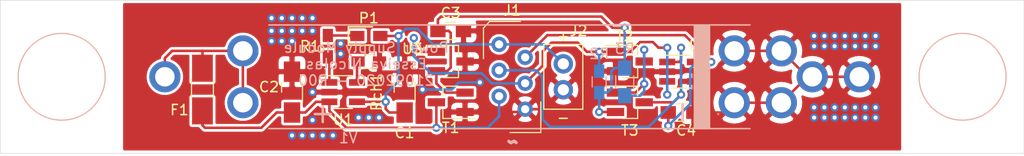
<source format=kicad_pcb>
(kicad_pcb (version 20171130) (host pcbnew "(5.1.6)-1")

  (general
    (thickness 1.6)
    (drawings 10)
    (tracks 236)
    (zones 0)
    (modules 20)
    (nets 13)
  )

  (page A4)
  (title_block
    (title "Charger module")
    (date 2020-09-21)
    (rev 00)
    (company ESN)
    (comment 1 "By EsseivaN")
    (comment 4 "Charger module with power supply SOT23-5")
  )

  (layers
    (0 F.Cu signal)
    (31 B.Cu signal)
    (32 B.Adhes user hide)
    (33 F.Adhes user hide)
    (34 B.Paste user)
    (35 F.Paste user)
    (36 B.SilkS user)
    (37 F.SilkS user)
    (38 B.Mask user hide)
    (39 F.Mask user hide)
    (40 Dwgs.User user hide)
    (41 Cmts.User user)
    (42 Eco1.User user)
    (43 Eco2.User user)
    (44 Edge.Cuts user)
    (45 Margin user)
    (46 B.CrtYd user hide)
    (47 F.CrtYd user)
    (48 B.Fab user hide)
    (49 F.Fab user hide)
  )

  (setup
    (last_trace_width 0.25)
    (trace_clearance 0.2)
    (zone_clearance 0.254)
    (zone_45_only no)
    (trace_min 0.2)
    (via_size 0.8)
    (via_drill 0.4)
    (via_min_size 0.4)
    (via_min_drill 0.3)
    (uvia_size 0.3)
    (uvia_drill 0.1)
    (uvias_allowed no)
    (uvia_min_size 0.2)
    (uvia_min_drill 0.1)
    (edge_width 0.05)
    (segment_width 0.2)
    (pcb_text_width 0.3)
    (pcb_text_size 1.5 1.5)
    (mod_edge_width 0.12)
    (mod_text_size 1 1)
    (mod_text_width 0.15)
    (pad_size 1.524 1.524)
    (pad_drill 0.762)
    (pad_to_mask_clearance 0.05)
    (aux_axis_origin 100 100)
    (grid_origin 150 107.5)
    (visible_elements 7FFFFFFF)
    (pcbplotparams
      (layerselection 0x010f0_ffffffff)
      (usegerberextensions true)
      (usegerberattributes false)
      (usegerberadvancedattributes false)
      (creategerberjobfile false)
      (excludeedgelayer true)
      (linewidth 0.100000)
      (plotframeref false)
      (viasonmask false)
      (mode 1)
      (useauxorigin true)
      (hpglpennumber 1)
      (hpglpenspeed 20)
      (hpglpendiameter 15.000000)
      (psnegative false)
      (psa4output false)
      (plotreference true)
      (plotvalue true)
      (plotinvisibletext false)
      (padsonsilk false)
      (subtractmaskfromsilk false)
      (outputformat 1)
      (mirror false)
      (drillshape 0)
      (scaleselection 1)
      (outputdirectory "../Fabrication/Gerber"))
  )

  (net 0 "")
  (net 1 /Vin)
  (net 2 /Vch)
  (net 3 "Net-(P1-Pad1)")
  (net 4 "Net-(R1-Pad1)")
  (net 5 "Net-(Rch1-Pad1)")
  (net 6 "Net-(C3-Pad1)")
  (net 7 /VCC_3V3)
  (net 8 "Net-(F1-Pad1)")
  (net 9 /VBAT)
  (net 10 /~RST)
  (net 11 "Net-(R3-Pad2)")
  (net 12 GND)

  (net_class Default "This is the default net class."
    (clearance 0.2)
    (trace_width 0.25)
    (via_dia 0.8)
    (via_drill 0.4)
    (uvia_dia 0.3)
    (uvia_drill 0.1)
    (add_net /VBAT)
    (add_net /VCC_3V3)
    (add_net /Vch)
    (add_net /Vin)
    (add_net /~RST)
    (add_net GND)
    (add_net "Net-(C3-Pad1)")
    (add_net "Net-(F1-Pad1)")
    (add_net "Net-(P1-Pad1)")
    (add_net "Net-(R1-Pad1)")
    (add_net "Net-(R3-Pad2)")
    (add_net "Net-(Rch1-Pad1)")
  )

  (module EsseivaN_Lib:VIS_M5_88mm locked (layer B.Cu) (tedit 5F6B1658) (tstamp 5F5E54BE)
    (at 150 107.5)
    (descr "Trou diamètre 3.2mm pour vis M3")
    (tags "Perçage M3 3.2mm trou vis")
    (fp_text reference VIS_M3_88mm_space (at 0 -4) (layer B.SilkS) hide
      (effects (font (size 1.524 1.524) (thickness 0.3048)) (justify mirror))
    )
    (fp_text value ~ (at 0 6.35) (layer B.SilkS)
      (effects (font (size 1.524 1.524) (thickness 0.3048)) (justify mirror))
    )
    (fp_circle (center -44 0) (end -39.75 0) (layer B.SilkS) (width 0.12))
    (fp_circle (center -44 0) (end -39.5 0) (layer B.CrtYd) (width 0.15))
    (fp_circle (center 44 0) (end 48.25 0) (layer B.SilkS) (width 0.12))
    (fp_circle (center 44 0) (end 48.5 0) (layer B.CrtYd) (width 0.15))
    (pad "" np_thru_hole circle (at 44 0) (size 5.5 5.5) (drill 5.5) (layers *.Cu *.Mask))
    (pad "" np_thru_hole circle (at -44 0) (size 5.5 5.5) (drill 5.5) (layers *.Cu *.Mask))
    (model ${KIPRJMOD}/Libraries/modules/packages3d/project/Vis-M3.wrl
      (at (xyz 0 0 0))
      (scale (xyz 1 1 1))
      (rotate (xyz 0 0 0))
    )
  )

  (module EsseivaN_Lib:WireConn_02 (layer F.Cu) (tedit 5F6B1429) (tstamp 5F6B1751)
    (at 155 107.5 270)
    (path /5F6B415A)
    (fp_text reference J2 (at -4.5 -1.5) (layer F.SilkS)
      (effects (font (size 1 1) (thickness 0.15)))
    )
    (fp_text value "Power input" (at 0 -2.54 90) (layer F.Fab)
      (effects (font (size 1 1) (thickness 0.15)))
    )
    (fp_line (start -3.175 -1.905) (end 3.175 -1.905) (layer F.SilkS) (width 0.12))
    (fp_line (start 3.175 -1.905) (end 3.175 1.905) (layer F.SilkS) (width 0.12))
    (fp_line (start 3.175 1.905) (end -3.175 1.905) (layer F.SilkS) (width 0.12))
    (fp_line (start -3.175 1.905) (end -3.175 -1.905) (layer F.SilkS) (width 0.12))
    (pad 2 thru_hole circle (at 1.27 0 270) (size 1.9 1.9) (drill 1.1) (layers *.Cu *.Mask)
      (net 12 GND))
    (pad 1 thru_hole circle (at -1.27 0 270) (size 1.9 1.9) (drill 1.1) (layers *.Cu *.Mask)
      (net 1 /Vin))
  )

  (module EsseivaN_Lib:MicroMatch_6P_Male (layer F.Cu) (tedit 5F61F4E5) (tstamp 5F5FF0AA)
    (at 150 107.5 270)
    (path /5F5CBC19)
    (fp_text reference J1 (at -6.5 0) (layer F.SilkS)
      (effects (font (size 1 1) (thickness 0.15)))
    )
    (fp_text value Connector (at -3.175 -3.53 90) (layer F.Fab)
      (effects (font (size 1 1) (thickness 0.15)))
    )
    (fp_line (start -4.445 2.54) (end -4.445 -2.54) (layer F.Fab) (width 0.12))
    (fp_line (start -4.445 -2.54) (end 4.445 -2.54) (layer F.Fab) (width 0.12))
    (fp_line (start 4.445 -2.54) (end 4.445 2.54) (layer F.Fab) (width 0.12))
    (fp_line (start 4.445 2.54) (end -4.445 2.54) (layer F.Fab) (width 0.12))
    (fp_line (start -5.425 2.2) (end -5.425 -0.8) (layer F.SilkS) (width 0.12))
    (fp_line (start 2.465 -2.8) (end 5.465 -2.8) (layer F.SilkS) (width 0.12))
    (fp_line (start -4.775 2.8) (end -1.775 2.8) (layer F.SilkS) (width 0.12))
    (fp_line (start 5.465 0.2) (end 5.465 -2.8) (layer F.SilkS) (width 0.12))
    (fp_line (start -4.775 2.8) (end -5.425 2.2) (layer F.SilkS) (width 0.12))
    (fp_line (start -5.375 -2.8) (end -5.375 2.8) (layer F.CrtYd) (width 0.12))
    (fp_line (start -5.375 2.8) (end 5.365 2.8) (layer F.CrtYd) (width 0.12))
    (fp_line (start 5.365 2.8) (end 5.365 -2.8) (layer F.CrtYd) (width 0.12))
    (fp_line (start 5.365 -2.8) (end -5.375 -2.8) (layer F.CrtYd) (width 0.12))
    (pad 6 thru_hole circle (at 3.175 -1.27) (size 1.5 1.5) (drill 0.8) (layers *.Cu *.Mask)
      (net 12 GND))
    (pad 5 thru_hole circle (at 1.905 1.27) (size 1.5 1.5) (drill 0.8) (layers *.Cu *.Mask)
      (net 2 /Vch))
    (pad 4 thru_hole circle (at 0.635 -1.27) (size 1.5 1.5) (drill 0.8) (layers *.Cu *.Mask)
      (net 10 /~RST))
    (pad 3 thru_hole circle (at -0.635 1.27) (size 1.5 1.5) (drill 0.8) (layers *.Cu *.Mask)
      (net 9 /VBAT))
    (pad 2 thru_hole circle (at -1.905 -1.27) (size 1.5 1.5) (drill 0.8) (layers *.Cu *.Mask)
      (net 7 /VCC_3V3))
    (pad 1 thru_hole circle (at -3.175 1.27) (size 1.5 1.5) (drill 0.8) (layers *.Cu *.Mask)
      (net 1 /Vin))
    (model C:/Workspace/3D/Cad/MicroMatch/c-215464-6-c-3d.stp
      (offset (xyz 0 0 3.6))
      (scale (xyz 1 1 1))
      (rotate (xyz 0 0 180))
    )
  )

  (module EsseivaN_Lib:SOT-23_Handsoldering (layer F.Cu) (tedit 5F5269D8) (tstamp 5F607C77)
    (at 161.5 106)
    (descr "SOT-23, Handsoldering")
    (tags SOT-23)
    (path /5F40185E)
    (attr smd)
    (fp_text reference T2 (at -0.5 -2.5 180) (layer F.SilkS)
      (effects (font (size 1 1) (thickness 0.15)))
    )
    (fp_text value FDN337 (at 0 2.5) (layer F.Fab)
      (effects (font (size 1 1) (thickness 0.15)))
    )
    (fp_line (start 0.76 1.58) (end 0.76 0.65) (layer F.SilkS) (width 0.12))
    (fp_line (start 0.76 -1.58) (end 0.76 -0.65) (layer F.SilkS) (width 0.12))
    (fp_line (start -1.5 -1.75) (end 1.5 -1.75) (layer F.CrtYd) (width 0.05))
    (fp_line (start 1.5 -1.75) (end 1.5 1.75) (layer F.CrtYd) (width 0.05))
    (fp_line (start 1.5 1.75) (end -1.5 1.75) (layer F.CrtYd) (width 0.05))
    (fp_line (start -1.5 1.75) (end -1.5 -1.75) (layer F.CrtYd) (width 0.05))
    (fp_line (start 0.76 -1.58) (end -2.4 -1.58) (layer F.SilkS) (width 0.12))
    (fp_line (start -0.7 -0.95) (end -0.7 1.5) (layer F.Fab) (width 0.1))
    (fp_line (start -0.15 -1.52) (end 0.7 -1.52) (layer F.Fab) (width 0.1))
    (fp_line (start -0.7 -0.95) (end -0.15 -1.52) (layer F.Fab) (width 0.1))
    (fp_line (start 0.7 -1.52) (end 0.7 1.52) (layer F.Fab) (width 0.1))
    (fp_line (start -0.7 1.52) (end 0.7 1.52) (layer F.Fab) (width 0.1))
    (fp_line (start 0.76 1.58) (end -0.7 1.58) (layer F.SilkS) (width 0.12))
    (pad 3 smd rect (at 1.4 0) (size 1.7 0.8) (layers F.Cu F.Paste F.Mask)
      (net 11 "Net-(R3-Pad2)"))
    (pad 2 smd rect (at -1.4 0.95) (size 1.7 0.8) (layers F.Cu F.Paste F.Mask)
      (net 12 GND))
    (pad 1 smd rect (at -1.4 -0.95) (size 1.7 0.8) (layers F.Cu F.Paste F.Mask)
      (net 10 /~RST))
    (model ${KISYS3DMOD}/Package_TO_SOT_SMD.3dshapes/SOT-23.step
      (at (xyz 0 0 0))
      (scale (xyz 1 1 1))
      (rotate (xyz 0 0 0))
    )
  )

  (module EsseivaN_Lib:18650_Battery_holder (layer B.Cu) (tedit 5F5D1550) (tstamp 5F529EE0)
    (at 150 107.5)
    (path /5F513772)
    (fp_text reference V1 (at -16 6) (layer B.SilkS)
      (effects (font (size 1 1) (thickness 0.15)) (justify mirror))
    )
    (fp_text value "Li Battery" (at -31 4.5) (layer B.Fab)
      (effects (font (size 1 1) (thickness 0.15)) (justify mirror))
    )
    (fp_line (start 36.83 5.08) (end 19.685 5.08) (layer B.CrtYd) (width 0.12))
    (fp_line (start 36.83 -5.08) (end 36.83 5.08) (layer B.CrtYd) (width 0.12))
    (fp_line (start 19.685 -5.08) (end 36.83 -5.08) (layer B.CrtYd) (width 0.12))
    (fp_line (start 19.685 5.08) (end 19.685 -5.08) (layer B.CrtYd) (width 0.12))
    (fp_line (start -24.13 -5.08) (end -24.13 5.08) (layer B.CrtYd) (width 0.12))
    (fp_line (start -36.195 -5.08) (end -24.13 -5.08) (layer B.CrtYd) (width 0.12))
    (fp_line (start -36.195 -4.445) (end -36.195 -5.08) (layer B.CrtYd) (width 0.12))
    (fp_line (start -36.195 5.08) (end -36.195 -4.445) (layer B.CrtYd) (width 0.12))
    (fp_line (start -24.13 5.08) (end -36.195 5.08) (layer B.CrtYd) (width 0.12))
    (fp_line (start -36.83 6.985) (end 36.83 6.985) (layer B.Fab) (width 0.12))
    (fp_line (start -36.83 -6.985) (end -36.83 6.985) (layer B.Fab) (width 0.12))
    (fp_line (start 36.83 -6.985) (end -36.83 -6.985) (layer B.Fab) (width 0.12))
    (fp_line (start 36.83 6.985) (end 36.83 -6.985) (layer B.Fab) (width 0.12))
    (fp_poly (pts (xy 19.304 5.08) (xy 19.304 -5.08) (xy 17.78 -5.08) (xy 17.78 5.08)) (layer B.SilkS) (width 0.1))
    (fp_line (start 23.23 -5.08) (end -23.76 -5.08) (layer B.SilkS) (width 0.15))
    (fp_line (start -23.76 5.08) (end 23.23 5.08) (layer B.SilkS) (width 0.15))
    (fp_text user - (at 16.5 3.5 -90) (layer B.SilkS)
      (effects (font (size 2.032 2.032) (thickness 0.25)) (justify mirror))
    )
    (fp_text user + (at -18.5 3.5) (layer B.SilkS)
      (effects (font (size 2.032 2.032) (thickness 0.25)) (justify mirror))
    )
    (pad 2 thru_hole circle (at 29.32 0) (size 3.048 3.048) (drill 1.905) (layers *.Cu *.Mask)
      (net 12 GND))
    (pad 2 thru_hole circle (at 21.7 -2.54) (size 3.048 3.048) (drill 1.905) (layers *.Cu *.Mask)
      (net 12 GND))
    (pad 2 thru_hole circle (at 21.7 2.54) (size 3.048 3.048) (drill 1.905) (layers *.Cu *.Mask)
      (net 12 GND))
    (pad 2 thru_hole circle (at 33.92 0) (size 3.048 3.048) (drill 1.905) (layers *.Cu *.Mask)
      (net 12 GND))
    (pad 2 thru_hole circle (at 26.3 -2.54) (size 3.048 3.048) (drill 1.905) (layers *.Cu *.Mask)
      (net 12 GND))
    (pad 2 thru_hole circle (at 26.3 2.54) (size 3.048 3.048) (drill 1.905) (layers *.Cu *.Mask)
      (net 12 GND))
    (pad 1 thru_hole circle (at -26.3 2.54) (size 3.048 3.048) (drill 1.905) (layers *.Cu *.Mask)
      (net 8 "Net-(F1-Pad1)"))
    (pad 1 thru_hole circle (at -26.3 -2.54) (size 3.048 3.048) (drill 1.905) (layers *.Cu *.Mask)
      (net 8 "Net-(F1-Pad1)"))
    (pad 1 thru_hole circle (at -33.92 0) (size 3.048 3.048) (drill 1.905) (layers *.Cu *.Mask)
      (net 8 "Net-(F1-Pad1)"))
    (model C:/Workspace/3D/Cad/Keystone_-_54.step
      (offset (xyz -31 0 0))
      (scale (xyz 1 1 1))
      (rotate (xyz 0 0 0))
    )
    (model C:/Workspace/3D/Cad/Keystone_-_54.step
      (offset (xyz 31 0 0))
      (scale (xyz 1 1 1))
      (rotate (xyz 0 0 180))
    )
    (model C:/Workspace/3D/Cad/Battery18650_18x69.stp
      (offset (xyz 0.5 0 10.25))
      (scale (xyz 1 1 1))
      (rotate (xyz 0 90 0))
    )
  )

  (module EsseivaN_Lib:C_0805_HandSoldering (layer F.Cu) (tedit 5F526A01) (tstamp 5F607BB7)
    (at 144 103)
    (descr "Capacitor SMD 0805, hand soldering")
    (tags "capacitor 0805")
    (path /5F3E0A27)
    (attr smd)
    (fp_text reference C3 (at 0 -1.75) (layer F.SilkS)
      (effects (font (size 1 1) (thickness 0.15)))
    )
    (fp_text value 10uF (at 0 1.75) (layer F.Fab)
      (effects (font (size 1 1) (thickness 0.15)))
    )
    (fp_line (start -1 0.62) (end -1 -0.62) (layer F.Fab) (width 0.1))
    (fp_line (start 1 0.62) (end -1 0.62) (layer F.Fab) (width 0.1))
    (fp_line (start 1 -0.62) (end 1 0.62) (layer F.Fab) (width 0.1))
    (fp_line (start -1 -0.62) (end 1 -0.62) (layer F.Fab) (width 0.1))
    (fp_line (start 0.5 -0.85) (end -0.5 -0.85) (layer F.SilkS) (width 0.12))
    (fp_line (start -0.5 0.85) (end 0.5 0.85) (layer F.SilkS) (width 0.12))
    (fp_line (start -2.25 -0.88) (end 2.25 -0.88) (layer F.CrtYd) (width 0.05))
    (fp_line (start -2.25 -0.88) (end -2.25 0.87) (layer F.CrtYd) (width 0.05))
    (fp_line (start 2.25 0.87) (end 2.25 -0.88) (layer F.CrtYd) (width 0.05))
    (fp_line (start 2.25 0.87) (end -2.25 0.87) (layer F.CrtYd) (width 0.05))
    (fp_text user %R (at 0 -1.75) (layer F.Fab)
      (effects (font (size 1 1) (thickness 0.15)))
    )
    (pad 1 smd rect (at -1.25 0) (size 1.5 1.25) (layers F.Cu F.Paste F.Mask)
      (net 6 "Net-(C3-Pad1)"))
    (pad 2 smd rect (at 1.25 0) (size 1.5 1.25) (layers F.Cu F.Paste F.Mask)
      (net 12 GND))
    (model ${KISYS3DMOD}/Capacitor_SMD.3dshapes/C_0805_2012Metric.step
      (at (xyz 0 0 0))
      (scale (xyz 1 1 1))
      (rotate (xyz 0 0 0))
    )
  )

  (module EsseivaN_Lib:SOT-23_Handsoldering (layer F.Cu) (tedit 5F5269D8) (tstamp 5F628AE9)
    (at 144 106)
    (descr "SOT-23, Handsoldering")
    (tags SOT-23)
    (path /5F3F7101)
    (attr smd)
    (fp_text reference U3 (at -3.75 -1.25 180) (layer F.SilkS)
      (effects (font (size 1 1) (thickness 0.15)))
    )
    (fp_text value MCP121 (at 0 2.5) (layer F.Fab)
      (effects (font (size 1 1) (thickness 0.15)))
    )
    (fp_line (start 0.76 1.58) (end 0.76 0.65) (layer F.SilkS) (width 0.12))
    (fp_line (start 0.76 -1.58) (end 0.76 -0.65) (layer F.SilkS) (width 0.12))
    (fp_line (start -1.5 -1.75) (end 1.5 -1.75) (layer F.CrtYd) (width 0.05))
    (fp_line (start 1.5 -1.75) (end 1.5 1.75) (layer F.CrtYd) (width 0.05))
    (fp_line (start 1.5 1.75) (end -1.5 1.75) (layer F.CrtYd) (width 0.05))
    (fp_line (start -1.5 1.75) (end -1.5 -1.75) (layer F.CrtYd) (width 0.05))
    (fp_line (start 0.76 -1.58) (end -2.4 -1.58) (layer F.SilkS) (width 0.12))
    (fp_line (start -0.7 -0.95) (end -0.7 1.5) (layer F.Fab) (width 0.1))
    (fp_line (start -0.15 -1.52) (end 0.7 -1.52) (layer F.Fab) (width 0.1))
    (fp_line (start -0.7 -0.95) (end -0.15 -1.52) (layer F.Fab) (width 0.1))
    (fp_line (start 0.7 -1.52) (end 0.7 1.52) (layer F.Fab) (width 0.1))
    (fp_line (start -0.7 1.52) (end 0.7 1.52) (layer F.Fab) (width 0.1))
    (fp_line (start 0.76 1.58) (end -0.7 1.58) (layer F.SilkS) (width 0.12))
    (pad 3 smd rect (at 1.4 0) (size 1.7 0.8) (layers F.Cu F.Paste F.Mask)
      (net 12 GND))
    (pad 2 smd rect (at -1.4 0.95) (size 1.7 0.8) (layers F.Cu F.Paste F.Mask)
      (net 6 "Net-(C3-Pad1)"))
    (pad 1 smd rect (at -1.4 -0.95) (size 1.7 0.8) (layers F.Cu F.Paste F.Mask)
      (net 10 /~RST))
    (model ${KISYS3DMOD}/Package_TO_SOT_SMD.3dshapes/SOT-23.step
      (at (xyz 0 0 0))
      (scale (xyz 1 1 1))
      (rotate (xyz 0 0 0))
    )
  )

  (module EsseivaN_Lib:R_0603_HandSoldering (layer B.Cu) (tedit 5F523E0B) (tstamp 5F5CB17C)
    (at 158.5 108 90)
    (descr "Resistor SMD 0603, hand soldering")
    (tags "resistor 0603")
    (path /5F3F8490)
    (attr smd)
    (fp_text reference R2 (at 2.75 0) (layer B.SilkS)
      (effects (font (size 1 1) (thickness 0.15)) (justify mirror))
    )
    (fp_text value 4k7 (at 0 -1.55 270) (layer B.Fab)
      (effects (font (size 1 1) (thickness 0.15)) (justify mirror))
    )
    (fp_line (start -0.8 -0.4) (end -0.8 0.4) (layer B.Fab) (width 0.1))
    (fp_line (start 0.8 -0.4) (end -0.8 -0.4) (layer B.Fab) (width 0.1))
    (fp_line (start 0.8 0.4) (end 0.8 -0.4) (layer B.Fab) (width 0.1))
    (fp_line (start -0.8 0.4) (end 0.8 0.4) (layer B.Fab) (width 0.1))
    (fp_line (start 0.5 -0.68) (end -0.5 -0.68) (layer B.SilkS) (width 0.12))
    (fp_line (start -0.5 0.68) (end 0.5 0.68) (layer B.SilkS) (width 0.12))
    (fp_line (start -1.96 0.7) (end 1.95 0.7) (layer B.CrtYd) (width 0.05))
    (fp_line (start -1.96 0.7) (end -1.96 -0.7) (layer B.CrtYd) (width 0.05))
    (fp_line (start 1.95 -0.7) (end 1.95 0.7) (layer B.CrtYd) (width 0.05))
    (fp_line (start 1.95 -0.7) (end -1.96 -0.7) (layer B.CrtYd) (width 0.05))
    (pad 1 smd rect (at -1.05 0 90) (size 1.3 1) (layers B.Cu B.Paste B.Mask)
      (net 6 "Net-(C3-Pad1)"))
    (pad 2 smd rect (at 1.05 0 90) (size 1.3 1) (layers B.Cu B.Paste B.Mask)
      (net 10 /~RST))
    (model ${KISYS3DMOD}/Resistor_SMD.3dshapes/R_0603_1608Metric.step
      (at (xyz 0 0 0))
      (scale (xyz 1 1 1))
      (rotate (xyz 0 0 0))
    )
  )

  (module EsseivaN_Lib:SOT-23_Handsoldering (layer F.Cu) (tedit 5F5269D8) (tstamp 5F5CB1AD)
    (at 144 110 180)
    (descr "SOT-23, Handsoldering")
    (tags SOT-23)
    (path /5F4005DE)
    (attr smd)
    (fp_text reference T1 (at 0 -2.5 180) (layer F.SilkS)
      (effects (font (size 1 1) (thickness 0.15)))
    )
    (fp_text value SI2333 (at 0 2.5) (layer F.Fab)
      (effects (font (size 1 1) (thickness 0.15)))
    )
    (fp_line (start 0.76 1.58) (end 0.76 0.65) (layer F.SilkS) (width 0.12))
    (fp_line (start 0.76 -1.58) (end 0.76 -0.65) (layer F.SilkS) (width 0.12))
    (fp_line (start -1.5 -1.75) (end 1.5 -1.75) (layer F.CrtYd) (width 0.05))
    (fp_line (start 1.5 -1.75) (end 1.5 1.75) (layer F.CrtYd) (width 0.05))
    (fp_line (start 1.5 1.75) (end -1.5 1.75) (layer F.CrtYd) (width 0.05))
    (fp_line (start -1.5 1.75) (end -1.5 -1.75) (layer F.CrtYd) (width 0.05))
    (fp_line (start 0.76 -1.58) (end -2.4 -1.58) (layer F.SilkS) (width 0.12))
    (fp_line (start -0.7 -0.95) (end -0.7 1.5) (layer F.Fab) (width 0.1))
    (fp_line (start -0.15 -1.52) (end 0.7 -1.52) (layer F.Fab) (width 0.1))
    (fp_line (start -0.7 -0.95) (end -0.15 -1.52) (layer F.Fab) (width 0.1))
    (fp_line (start 0.7 -1.52) (end 0.7 1.52) (layer F.Fab) (width 0.1))
    (fp_line (start -0.7 1.52) (end 0.7 1.52) (layer F.Fab) (width 0.1))
    (fp_line (start 0.76 1.58) (end -0.7 1.58) (layer F.SilkS) (width 0.12))
    (pad 3 smd rect (at 1.4 0 180) (size 1.7 0.8) (layers F.Cu F.Paste F.Mask)
      (net 2 /Vch))
    (pad 2 smd rect (at -1.4 0.95 180) (size 1.7 0.8) (layers F.Cu F.Paste F.Mask)
      (net 6 "Net-(C3-Pad1)"))
    (pad 1 smd rect (at -1.4 -0.95 180) (size 1.7 0.8) (layers F.Cu F.Paste F.Mask)
      (net 12 GND))
    (model ${KISYS3DMOD}/Package_TO_SOT_SMD.3dshapes/SOT-23.step
      (at (xyz 0 0 0))
      (scale (xyz 1 1 1))
      (rotate (xyz 0 0 0))
    )
  )

  (module EsseivaN_Lib:R_0805_HandSoldering (layer B.Cu) (tedit 5F526A20) (tstamp 5F607C14)
    (at 161 108 270)
    (descr "Resistor SMD 0805, hand soldering")
    (tags "resistor 0805")
    (path /5F5241CC)
    (attr smd)
    (fp_text reference R3 (at -3.25 0 180) (layer B.SilkS)
      (effects (font (size 1 1) (thickness 0.15)) (justify mirror))
    )
    (fp_text value 100k (at 0 -1.75 270) (layer B.Fab)
      (effects (font (size 1 1) (thickness 0.15)) (justify mirror))
    )
    (fp_line (start 2.35 -0.9) (end -2.35 -0.9) (layer B.CrtYd) (width 0.05))
    (fp_line (start 2.35 -0.9) (end 2.35 0.9) (layer B.CrtYd) (width 0.05))
    (fp_line (start -2.35 0.9) (end -2.35 -0.9) (layer B.CrtYd) (width 0.05))
    (fp_line (start -2.35 0.9) (end 2.35 0.9) (layer B.CrtYd) (width 0.05))
    (fp_line (start -0.6 0.88) (end 0.6 0.88) (layer B.SilkS) (width 0.12))
    (fp_line (start 0.6 -0.88) (end -0.6 -0.88) (layer B.SilkS) (width 0.12))
    (fp_line (start -1 0.62) (end 1 0.62) (layer B.Fab) (width 0.1))
    (fp_line (start 1 0.62) (end 1 -0.62) (layer B.Fab) (width 0.1))
    (fp_line (start 1 -0.62) (end -1 -0.62) (layer B.Fab) (width 0.1))
    (fp_line (start -1 -0.62) (end -1 0.62) (layer B.Fab) (width 0.1))
    (pad 2 smd rect (at 1.35 0 270) (size 1.5 1.3) (layers B.Cu B.Paste B.Mask)
      (net 11 "Net-(R3-Pad2)"))
    (pad 1 smd rect (at -1.35 0 270) (size 1.5 1.3) (layers B.Cu B.Paste B.Mask)
      (net 6 "Net-(C3-Pad1)"))
    (model ${KISYS3DMOD}/Resistor_SMD.3dshapes/R_0805_2012Metric.step
      (at (xyz 0 0 0))
      (scale (xyz 1 1 1))
      (rotate (xyz 0 0 0))
    )
  )

  (module EsseivaN_Lib:SOT-23_Handsoldering (layer F.Cu) (tedit 5F5269D8) (tstamp 5F5CB1E6)
    (at 161.5 110)
    (descr "SOT-23, Handsoldering")
    (tags SOT-23)
    (path /5F3FF331)
    (attr smd)
    (fp_text reference T3 (at 0 2.75) (layer F.SilkS)
      (effects (font (size 1 1) (thickness 0.15)))
    )
    (fp_text value SI2333 (at 0 2.5 180) (layer F.Fab)
      (effects (font (size 1 1) (thickness 0.15)))
    )
    (fp_line (start 0.76 1.58) (end 0.76 0.65) (layer F.SilkS) (width 0.12))
    (fp_line (start 0.76 -1.58) (end 0.76 -0.65) (layer F.SilkS) (width 0.12))
    (fp_line (start -1.5 -1.75) (end 1.5 -1.75) (layer F.CrtYd) (width 0.05))
    (fp_line (start 1.5 -1.75) (end 1.5 1.75) (layer F.CrtYd) (width 0.05))
    (fp_line (start 1.5 1.75) (end -1.5 1.75) (layer F.CrtYd) (width 0.05))
    (fp_line (start -1.5 1.75) (end -1.5 -1.75) (layer F.CrtYd) (width 0.05))
    (fp_line (start 0.76 -1.58) (end -2.4 -1.58) (layer F.SilkS) (width 0.12))
    (fp_line (start -0.7 -0.95) (end -0.7 1.5) (layer F.Fab) (width 0.1))
    (fp_line (start -0.15 -1.52) (end 0.7 -1.52) (layer F.Fab) (width 0.1))
    (fp_line (start -0.7 -0.95) (end -0.15 -1.52) (layer F.Fab) (width 0.1))
    (fp_line (start 0.7 -1.52) (end 0.7 1.52) (layer F.Fab) (width 0.1))
    (fp_line (start -0.7 1.52) (end 0.7 1.52) (layer F.Fab) (width 0.1))
    (fp_line (start 0.76 1.58) (end -0.7 1.58) (layer F.SilkS) (width 0.12))
    (pad 3 smd rect (at 1.4 0) (size 1.7 0.8) (layers F.Cu F.Paste F.Mask)
      (net 9 /VBAT))
    (pad 2 smd rect (at -1.4 0.95) (size 1.7 0.8) (layers F.Cu F.Paste F.Mask)
      (net 6 "Net-(C3-Pad1)"))
    (pad 1 smd rect (at -1.4 -0.95) (size 1.7 0.8) (layers F.Cu F.Paste F.Mask)
      (net 11 "Net-(R3-Pad2)"))
    (model ${KISYS3DMOD}/Package_TO_SOT_SMD.3dshapes/SOT-23.step
      (at (xyz 0 0 0))
      (scale (xyz 1 1 1))
      (rotate (xyz 0 0 0))
    )
  )

  (module EsseivaN_Lib:C_0805_HandSoldering (layer F.Cu) (tedit 5F526A01) (tstamp 5F5CB285)
    (at 166.5 111)
    (descr "Capacitor SMD 0805, hand soldering")
    (tags "capacitor 0805")
    (path /5F539944)
    (attr smd)
    (fp_text reference C4 (at 0.5 1.75) (layer F.SilkS)
      (effects (font (size 1 1) (thickness 0.15)))
    )
    (fp_text value 100nF (at 0 1.75) (layer F.Fab)
      (effects (font (size 1 1) (thickness 0.15)))
    )
    (fp_line (start -1 0.62) (end -1 -0.62) (layer F.Fab) (width 0.1))
    (fp_line (start 1 0.62) (end -1 0.62) (layer F.Fab) (width 0.1))
    (fp_line (start 1 -0.62) (end 1 0.62) (layer F.Fab) (width 0.1))
    (fp_line (start -1 -0.62) (end 1 -0.62) (layer F.Fab) (width 0.1))
    (fp_line (start 0.5 -0.85) (end -0.5 -0.85) (layer F.SilkS) (width 0.12))
    (fp_line (start -0.5 0.85) (end 0.5 0.85) (layer F.SilkS) (width 0.12))
    (fp_line (start -2.25 -0.88) (end 2.25 -0.88) (layer F.CrtYd) (width 0.05))
    (fp_line (start -2.25 -0.88) (end -2.25 0.87) (layer F.CrtYd) (width 0.05))
    (fp_line (start 2.25 0.87) (end 2.25 -0.88) (layer F.CrtYd) (width 0.05))
    (fp_line (start 2.25 0.87) (end -2.25 0.87) (layer F.CrtYd) (width 0.05))
    (fp_text user %R (at 0 -1.75) (layer F.Fab)
      (effects (font (size 1 1) (thickness 0.15)))
    )
    (pad 1 smd rect (at -1.25 0) (size 1.5 1.25) (layers F.Cu F.Paste F.Mask)
      (net 7 /VCC_3V3))
    (pad 2 smd rect (at 1.25 0) (size 1.5 1.25) (layers F.Cu F.Paste F.Mask)
      (net 12 GND))
    (model ${KISYS3DMOD}/Capacitor_SMD.3dshapes/C_0805_2012Metric.step
      (at (xyz 0 0 0))
      (scale (xyz 1 1 1))
      (rotate (xyz 0 0 0))
    )
  )

  (module EsseivaN_Lib:SOT-23-5_HandSoldering (layer F.Cu) (tedit 5F523E6F) (tstamp 5F5CB24D)
    (at 166.5 107)
    (descr "5-pin SOT23 package")
    (tags "SOT-23-5 hand-soldering")
    (path /5F409A59)
    (attr smd)
    (fp_text reference U2 (at 1.75 -2.5 180) (layer F.SilkS)
      (effects (font (size 1 1) (thickness 0.15)))
    )
    (fp_text value "NCP114 3V3" (at 0 2.9) (layer F.Fab)
      (effects (font (size 1 1) (thickness 0.15)))
    )
    (fp_line (start 2.38 1.8) (end -2.38 1.8) (layer F.CrtYd) (width 0.05))
    (fp_line (start 2.38 1.8) (end 2.38 -1.8) (layer F.CrtYd) (width 0.05))
    (fp_line (start -2.38 -1.8) (end -2.38 1.8) (layer F.CrtYd) (width 0.05))
    (fp_line (start -2.38 -1.8) (end 2.38 -1.8) (layer F.CrtYd) (width 0.05))
    (fp_line (start 0.9 -1.55) (end 0.9 1.55) (layer F.Fab) (width 0.1))
    (fp_line (start 0.9 1.55) (end -0.9 1.55) (layer F.Fab) (width 0.1))
    (fp_line (start -0.9 -0.9) (end -0.9 1.55) (layer F.Fab) (width 0.1))
    (fp_line (start 0.9 -1.55) (end -0.25 -1.55) (layer F.Fab) (width 0.1))
    (fp_line (start -0.9 -0.9) (end -0.25 -1.55) (layer F.Fab) (width 0.1))
    (fp_line (start 0.9 -1.61) (end -1.55 -1.61) (layer F.SilkS) (width 0.12))
    (fp_line (start -0.9 1.61) (end 0.9 1.61) (layer F.SilkS) (width 0.12))
    (fp_text user %R (at 0 0 90) (layer F.Fab)
      (effects (font (size 0.5 0.5) (thickness 0.075)))
    )
    (pad 5 smd rect (at 1.35 -0.95) (size 1.56 0.65) (layers F.Cu F.Paste F.Mask)
      (net 7 /VCC_3V3))
    (pad 4 smd rect (at 1.35 0.95) (size 1.56 0.65) (layers F.Cu F.Paste F.Mask)
      (net 12 GND))
    (pad 3 smd rect (at -1.35 0.95) (size 1.56 0.65) (layers F.Cu F.Paste F.Mask)
      (net 10 /~RST))
    (pad 2 smd rect (at -1.35 0) (size 1.56 0.65) (layers F.Cu F.Paste F.Mask)
      (net 12 GND))
    (pad 1 smd rect (at -1.35 -0.95) (size 1.56 0.65) (layers F.Cu F.Paste F.Mask)
      (net 9 /VBAT))
    (model ${KISYS3DMOD}/Package_TO_SOT_SMD.3dshapes/SOT-23-5.step
      (at (xyz 0 0 0))
      (scale (xyz 1 1 1))
      (rotate (xyz 0 0 0))
    )
  )

  (module EsseivaN_Lib:C_1206_HandSoldering (layer F.Cu) (tedit 5F523E31) (tstamp 5F52A07B)
    (at 128.5 109 90)
    (descr "Capacitor SMD 1206, hand soldering")
    (tags "capacitor 1206")
    (path /5F4D688D)
    (attr smd)
    (fp_text reference C2 (at 0.5 -2.25) (layer F.SilkS)
      (effects (font (size 1 1) (thickness 0.15)))
    )
    (fp_text value 4.7uF (at 0 2 90) (layer F.Fab)
      (effects (font (size 1 1) (thickness 0.15)))
    )
    (fp_line (start 3.25 1.05) (end -3.25 1.05) (layer F.CrtYd) (width 0.05))
    (fp_line (start 3.25 1.05) (end 3.25 -1.05) (layer F.CrtYd) (width 0.05))
    (fp_line (start -3.25 -1.05) (end -3.25 1.05) (layer F.CrtYd) (width 0.05))
    (fp_line (start -3.25 -1.05) (end 3.25 -1.05) (layer F.CrtYd) (width 0.05))
    (fp_line (start -1 1.02) (end 1 1.02) (layer F.SilkS) (width 0.12))
    (fp_line (start 1 -1.02) (end 0 -1.02) (layer F.SilkS) (width 0.12))
    (fp_line (start -1.6 -0.8) (end 1.6 -0.8) (layer F.Fab) (width 0.1))
    (fp_line (start 1.6 -0.8) (end 1.6 0.8) (layer F.Fab) (width 0.1))
    (fp_line (start 1.6 0.8) (end -1.6 0.8) (layer F.Fab) (width 0.1))
    (fp_line (start -1.6 0.8) (end -1.6 -0.8) (layer F.Fab) (width 0.1))
    (fp_text user %R (at 0 -1.75 90) (layer F.Fab)
      (effects (font (size 1 1) (thickness 0.15)))
    )
    (pad 1 smd rect (at -2 0 90) (size 2 1.6) (layers F.Cu F.Paste F.Mask)
      (net 2 /Vch))
    (pad 2 smd rect (at 2 0 90) (size 2 1.6) (layers F.Cu F.Paste F.Mask)
      (net 12 GND))
    (model ${KISYS3DMOD}/Capacitor_SMD.3dshapes/C_1206_3216Metric.step
      (at (xyz 0 0 0))
      (scale (xyz 1 1 1))
      (rotate (xyz 0 0 0))
    )
  )

  (module EsseivaN_Lib:C_1206_HandSoldering (layer F.Cu) (tedit 5F523E31) (tstamp 5F4D1076)
    (at 139.5 109 90)
    (descr "Capacitor SMD 1206, hand soldering")
    (tags "capacitor 1206")
    (path /5F4CEB6A)
    (attr smd)
    (fp_text reference C1 (at -4 0) (layer F.SilkS)
      (effects (font (size 1 1) (thickness 0.15)))
    )
    (fp_text value 4.7uF (at 0 2 90) (layer F.Fab)
      (effects (font (size 1 1) (thickness 0.15)))
    )
    (fp_line (start 3.25 1.05) (end -3.25 1.05) (layer F.CrtYd) (width 0.05))
    (fp_line (start 3.25 1.05) (end 3.25 -1.05) (layer F.CrtYd) (width 0.05))
    (fp_line (start -3.25 -1.05) (end -3.25 1.05) (layer F.CrtYd) (width 0.05))
    (fp_line (start -3.25 -1.05) (end 3.25 -1.05) (layer F.CrtYd) (width 0.05))
    (fp_line (start -1 1.02) (end 1 1.02) (layer F.SilkS) (width 0.12))
    (fp_line (start 1 -1.02) (end 0 -1.02) (layer F.SilkS) (width 0.12))
    (fp_line (start -1.6 -0.8) (end 1.6 -0.8) (layer F.Fab) (width 0.1))
    (fp_line (start 1.6 -0.8) (end 1.6 0.8) (layer F.Fab) (width 0.1))
    (fp_line (start 1.6 0.8) (end -1.6 0.8) (layer F.Fab) (width 0.1))
    (fp_line (start -1.6 0.8) (end -1.6 -0.8) (layer F.Fab) (width 0.1))
    (fp_text user %R (at 0 -1.75 90) (layer F.Fab)
      (effects (font (size 1 1) (thickness 0.15)))
    )
    (pad 1 smd rect (at -2 0 90) (size 2 1.6) (layers F.Cu F.Paste F.Mask)
      (net 1 /Vin))
    (pad 2 smd rect (at 2 0 90) (size 2 1.6) (layers F.Cu F.Paste F.Mask)
      (net 12 GND))
    (model ${KISYS3DMOD}/Capacitor_SMD.3dshapes/C_1206_3216Metric.step
      (at (xyz 0 0 0))
      (scale (xyz 1 1 1))
      (rotate (xyz 0 0 0))
    )
  )

  (module EsseivaN_Lib:D_0603_HandSoldering (layer F.Cu) (tedit 5F5E5F45) (tstamp 5F4D1D91)
    (at 136 103.5)
    (descr "Capacitor SMD 0603, hand soldering")
    (tags "capacitor 0603")
    (path /5F4D155E)
    (attr smd)
    (fp_text reference P1 (at 0 -1.75) (layer F.SilkS)
      (effects (font (size 1 1) (thickness 0.15)))
    )
    (fp_text value 1V8 (at -0.2 1.8) (layer F.Fab)
      (effects (font (size 1 1) (thickness 0.15)))
    )
    (fp_line (start -2 -0.9) (end -2 0.9) (layer F.SilkS) (width 0.15))
    (fp_line (start -0.1 0.9) (end -0.05 0.9) (layer F.SilkS) (width 0.15))
    (fp_line (start -2 0.9) (end 0.3 0.9) (layer F.SilkS) (width 0.15))
    (fp_line (start -2 -0.9) (end 0.35 -0.9) (layer F.SilkS) (width 0.15))
    (fp_line (start -0.45 -0.4) (end -0.45 0.45) (layer F.Fab) (width 0.15))
    (fp_line (start 0.4 0.45) (end -0.45 0) (layer F.Fab) (width 0.15))
    (fp_line (start -0.45 0) (end 0.4 -0.4) (layer F.Fab) (width 0.15))
    (fp_line (start 0.4 -0.4) (end 0.4 0.4) (layer F.Fab) (width 0.15))
    (fp_line (start -1.8 -0.65) (end 1.8 -0.65) (layer F.CrtYd) (width 0.05))
    (fp_line (start -1.8 -0.65) (end -1.8 0.65) (layer F.CrtYd) (width 0.05))
    (fp_line (start 1.8 0.65) (end 1.8 -0.65) (layer F.CrtYd) (width 0.05))
    (fp_line (start 1.8 0.65) (end -1.8 0.65) (layer F.CrtYd) (width 0.05))
    (pad 2 smd rect (at 1.125 0) (size 1.4 1) (layers F.Cu F.Paste F.Mask)
      (net 1 /Vin))
    (pad 1 smd rect (at -1.125 0) (size 1.4 1) (layers F.Cu F.Paste F.Mask)
      (net 3 "Net-(P1-Pad1)"))
    (model ${KISYS3DMOD}/LED_SMD.3dshapes/LED_0603_1608Metric.step
      (at (xyz 0 0 0))
      (scale (xyz 1 1 1))
      (rotate (xyz 0 0 0))
    )
  )

  (module EsseivaN_Lib:R_0603_HandSoldering (layer F.Cu) (tedit 5F523E0B) (tstamp 5F4D0A8D)
    (at 132 104.5 90)
    (descr "Resistor SMD 0603, hand soldering")
    (tags "resistor 0603")
    (path /5F4D25BB)
    (attr smd)
    (fp_text reference R1 (at 0 -1.75) (layer F.SilkS)
      (effects (font (size 1 1) (thickness 0.15)))
    )
    (fp_text value 3k3 (at 0 1.55 90) (layer F.Fab)
      (effects (font (size 1 1) (thickness 0.15)))
    )
    (fp_line (start -0.8 0.4) (end -0.8 -0.4) (layer F.Fab) (width 0.1))
    (fp_line (start 0.8 0.4) (end -0.8 0.4) (layer F.Fab) (width 0.1))
    (fp_line (start 0.8 -0.4) (end 0.8 0.4) (layer F.Fab) (width 0.1))
    (fp_line (start -0.8 -0.4) (end 0.8 -0.4) (layer F.Fab) (width 0.1))
    (fp_line (start 0.5 0.68) (end -0.5 0.68) (layer F.SilkS) (width 0.12))
    (fp_line (start -0.5 -0.68) (end 0.5 -0.68) (layer F.SilkS) (width 0.12))
    (fp_line (start -1.96 -0.7) (end 1.95 -0.7) (layer F.CrtYd) (width 0.05))
    (fp_line (start -1.96 -0.7) (end -1.96 0.7) (layer F.CrtYd) (width 0.05))
    (fp_line (start 1.95 0.7) (end 1.95 -0.7) (layer F.CrtYd) (width 0.05))
    (fp_line (start 1.95 0.7) (end -1.96 0.7) (layer F.CrtYd) (width 0.05))
    (pad 1 smd rect (at -1.05 0 90) (size 1.3 1) (layers F.Cu F.Paste F.Mask)
      (net 4 "Net-(R1-Pad1)"))
    (pad 2 smd rect (at 1.05 0 90) (size 1.3 1) (layers F.Cu F.Paste F.Mask)
      (net 3 "Net-(P1-Pad1)"))
    (model ${KISYS3DMOD}/Resistor_SMD.3dshapes/R_0603_1608Metric.step
      (at (xyz 0 0 0))
      (scale (xyz 1 1 1))
      (rotate (xyz 0 0 0))
    )
  )

  (module EsseivaN_Lib:R_0603_HandSoldering (layer F.Cu) (tedit 5F523E0B) (tstamp 5F4D0879)
    (at 136 106)
    (descr "Resistor SMD 0603, hand soldering")
    (tags "resistor 0603")
    (path /5F4D478D)
    (attr smd)
    (fp_text reference Rch1 (at 0.75 3 270) (layer F.SilkS)
      (effects (font (size 1 1) (thickness 0.15)))
    )
    (fp_text value 3k9 (at 0 1.55) (layer F.Fab)
      (effects (font (size 1 1) (thickness 0.15)))
    )
    (fp_line (start -0.8 0.4) (end -0.8 -0.4) (layer F.Fab) (width 0.1))
    (fp_line (start 0.8 0.4) (end -0.8 0.4) (layer F.Fab) (width 0.1))
    (fp_line (start 0.8 -0.4) (end 0.8 0.4) (layer F.Fab) (width 0.1))
    (fp_line (start -0.8 -0.4) (end 0.8 -0.4) (layer F.Fab) (width 0.1))
    (fp_line (start 0.5 0.68) (end -0.5 0.68) (layer F.SilkS) (width 0.12))
    (fp_line (start -0.5 -0.68) (end 0.5 -0.68) (layer F.SilkS) (width 0.12))
    (fp_line (start -1.96 -0.7) (end 1.95 -0.7) (layer F.CrtYd) (width 0.05))
    (fp_line (start -1.96 -0.7) (end -1.96 0.7) (layer F.CrtYd) (width 0.05))
    (fp_line (start 1.95 0.7) (end 1.95 -0.7) (layer F.CrtYd) (width 0.05))
    (fp_line (start 1.95 0.7) (end -1.96 0.7) (layer F.CrtYd) (width 0.05))
    (pad 1 smd rect (at -1.05 0) (size 1.3 1) (layers F.Cu F.Paste F.Mask)
      (net 5 "Net-(Rch1-Pad1)"))
    (pad 2 smd rect (at 1.05 0) (size 1.3 1) (layers F.Cu F.Paste F.Mask)
      (net 12 GND))
    (model ${KISYS3DMOD}/Resistor_SMD.3dshapes/R_0603_1608Metric.step
      (at (xyz 0 0 0))
      (scale (xyz 1 1 1))
      (rotate (xyz 0 0 0))
    )
  )

  (module EsseivaN_Lib:SOT-23-5_HandSoldering (layer F.Cu) (tedit 5F523E6F) (tstamp 5F4D0D0C)
    (at 133.5 109)
    (descr "5-pin SOT23 package")
    (tags "SOT-23-5 hand-soldering")
    (path /5F4D0090)
    (attr smd)
    (fp_text reference U1 (at 0 2.7) (layer F.SilkS)
      (effects (font (size 1 1) (thickness 0.15)))
    )
    (fp_text value MCP73832 (at 0 2.9) (layer F.Fab)
      (effects (font (size 1 1) (thickness 0.15)))
    )
    (fp_line (start 2.38 1.8) (end -2.38 1.8) (layer F.CrtYd) (width 0.05))
    (fp_line (start 2.38 1.8) (end 2.38 -1.8) (layer F.CrtYd) (width 0.05))
    (fp_line (start -2.38 -1.8) (end -2.38 1.8) (layer F.CrtYd) (width 0.05))
    (fp_line (start -2.38 -1.8) (end 2.38 -1.8) (layer F.CrtYd) (width 0.05))
    (fp_line (start 0.9 -1.55) (end 0.9 1.55) (layer F.Fab) (width 0.1))
    (fp_line (start 0.9 1.55) (end -0.9 1.55) (layer F.Fab) (width 0.1))
    (fp_line (start -0.9 -0.9) (end -0.9 1.55) (layer F.Fab) (width 0.1))
    (fp_line (start 0.9 -1.55) (end -0.25 -1.55) (layer F.Fab) (width 0.1))
    (fp_line (start -0.9 -0.9) (end -0.25 -1.55) (layer F.Fab) (width 0.1))
    (fp_line (start 0.9 -1.61) (end -1.55 -1.61) (layer F.SilkS) (width 0.12))
    (fp_line (start -0.9 1.61) (end 0.9 1.61) (layer F.SilkS) (width 0.12))
    (fp_text user %R (at 0 0 90) (layer F.Fab)
      (effects (font (size 0.5 0.5) (thickness 0.075)))
    )
    (pad 5 smd rect (at 1.35 -0.95) (size 1.56 0.65) (layers F.Cu F.Paste F.Mask)
      (net 5 "Net-(Rch1-Pad1)"))
    (pad 4 smd rect (at 1.35 0.95) (size 1.56 0.65) (layers F.Cu F.Paste F.Mask)
      (net 1 /Vin))
    (pad 3 smd rect (at -1.35 0.95) (size 1.56 0.65) (layers F.Cu F.Paste F.Mask)
      (net 2 /Vch))
    (pad 2 smd rect (at -1.35 0) (size 1.56 0.65) (layers F.Cu F.Paste F.Mask)
      (net 12 GND))
    (pad 1 smd rect (at -1.35 -0.95) (size 1.56 0.65) (layers F.Cu F.Paste F.Mask)
      (net 4 "Net-(R1-Pad1)"))
    (model ${KISYS3DMOD}/Package_TO_SOT_SMD.3dshapes/SOT-23-5.step
      (at (xyz 0 0 0))
      (scale (xyz 1 1 1))
      (rotate (xyz 0 0 0))
    )
  )

  (module EsseivaN_Lib:Fuse_SMD1206_HandSoldering (layer F.Cu) (tedit 5CC57DC8) (tstamp 5F5271D4)
    (at 119.75 108.75 270)
    (descr "Fuse, Sicherung, SMD1206, Littlefuse-Wickmann 433 Series, Hand Soldering,")
    (tags "Fuse Sicherung SMD1206 Littlefuse-Wickmann 433 Series Hand Soldering ")
    (path /5F3F134F)
    (attr smd)
    (fp_text reference F1 (at 2 2.25) (layer F.SilkS)
      (effects (font (size 1 1) (thickness 0.15)))
    )
    (fp_text value 630mA (at -0.15 2.5 270) (layer F.Fab)
      (effects (font (size 1 1) (thickness 0.15)))
    )
    (fp_line (start 3.35 1.58) (end -3.35 1.58) (layer F.CrtYd) (width 0.05))
    (fp_line (start 3.35 1.58) (end 3.35 -1.58) (layer F.CrtYd) (width 0.05))
    (fp_line (start -3.35 -1.58) (end -3.35 1.58) (layer F.CrtYd) (width 0.05))
    (fp_line (start -3.35 -1.58) (end 3.35 -1.58) (layer F.CrtYd) (width 0.05))
    (fp_line (start -1 -1.07) (end 1 -1.07) (layer F.SilkS) (width 0.12))
    (fp_line (start 1 1.07) (end -1 1.07) (layer F.SilkS) (width 0.12))
    (fp_line (start -1.6 -0.8) (end 1.6 -0.8) (layer F.Fab) (width 0.1))
    (fp_line (start 1.6 -0.8) (end 1.6 0.8) (layer F.Fab) (width 0.1))
    (fp_line (start 1.6 0.8) (end -1.6 0.8) (layer F.Fab) (width 0.1))
    (fp_line (start -1.6 0.8) (end -1.6 -0.8) (layer F.Fab) (width 0.1))
    (pad 1 smd rect (at -2.09 0) (size 2.03 2.65) (layers F.Cu F.Paste F.Mask)
      (net 8 "Net-(F1-Pad1)"))
    (pad 2 smd rect (at 2.09 0) (size 2.03 2.65) (layers F.Cu F.Paste F.Mask)
      (net 2 /Vch))
    (model ${KISYS3DMOD}/Resistor_SMD.3dshapes/R_1206_3216Metric.step
      (at (xyz 0 0 0))
      (scale (xyz 1 1 1))
      (rotate (xyz 0 0 0))
    )
  )

  (gr_text - (at 155 111.5) (layer F.SilkS)
    (effects (font (size 1 1) (thickness 0.15)))
  )
  (gr_text + (at 155 103.5) (layer F.SilkS)
    (effects (font (size 1 1) (thickness 0.15)))
  )
  (dimension 88 (width 0.15) (layer Dwgs.User) (tstamp 5F5CECEA)
    (gr_text "88,000 mm" (at 150 102.200001) (layer Dwgs.User) (tstamp 5F5CECEA)
      (effects (font (size 1 1) (thickness 0.15)))
    )
    (feature1 (pts (xy 106 114.5) (xy 106 102.91358)))
    (feature2 (pts (xy 194 114.5) (xy 194 102.91358)))
    (crossbar (pts (xy 194 103.500001) (xy 106 103.500001)))
    (arrow1a (pts (xy 106 103.500001) (xy 107.126504 102.91358)))
    (arrow1b (pts (xy 106 103.500001) (xy 107.126504 104.086422)))
    (arrow2a (pts (xy 194 103.500001) (xy 192.873496 102.91358)))
    (arrow2b (pts (xy 194 103.500001) (xy 192.873496 104.086422)))
  )
  (dimension 88 (width 0.15) (layer Dwgs.User)
    (gr_text "88,000 mm" (at 150 95.200001) (layer Dwgs.User)
      (effects (font (size 1 1) (thickness 0.15)))
    )
    (feature1 (pts (xy 106 107.5) (xy 106 95.91358)))
    (feature2 (pts (xy 194 107.5) (xy 194 95.91358)))
    (crossbar (pts (xy 194 96.500001) (xy 106 96.500001)))
    (arrow1a (pts (xy 106 96.500001) (xy 107.126504 95.91358)))
    (arrow1b (pts (xy 106 96.500001) (xy 107.126504 97.086422)))
    (arrow2a (pts (xy 194 96.500001) (xy 192.873496 95.91358)))
    (arrow2b (pts (xy 194 96.500001) (xy 192.873496 97.086422)))
  )
  (dimension 100 (width 0.15) (layer Dwgs.User)
    (gr_text "100,000 mm" (at 150 91.200001) (layer Dwgs.User)
      (effects (font (size 1 1) (thickness 0.15)))
    )
    (feature1 (pts (xy 100 99.5) (xy 100 91.91358)))
    (feature2 (pts (xy 200 99.5) (xy 200 91.91358)))
    (crossbar (pts (xy 200 92.500001) (xy 100 92.500001)))
    (arrow1a (pts (xy 100 92.500001) (xy 101.126504 91.91358)))
    (arrow1b (pts (xy 100 92.500001) (xy 101.126504 93.086422)))
    (arrow2a (pts (xy 200 92.500001) (xy 198.873496 91.91358)))
    (arrow2b (pts (xy 200 92.500001) (xy 198.873496 93.086422)))
  )
  (gr_text "Power Supply Module\nEsseiva Nicolas\n21092020 - R00" (at 135.75 106.25) (layer B.SilkS)
    (effects (font (size 1 1) (thickness 0.15)) (justify mirror))
  )
  (gr_line (start 200 115) (end 200 100) (layer Edge.Cuts) (width 0.05) (tstamp 5F525843))
  (gr_line (start 100 115) (end 200 115) (layer Edge.Cuts) (width 0.05))
  (gr_line (start 100 100) (end 100 115) (layer Edge.Cuts) (width 0.05))
  (gr_line (start 200 100) (end 100 100) (layer Edge.Cuts) (width 0.05))

  (segment (start 136.75 109.95) (end 134.85 109.95) (width 0.25) (layer F.Cu) (net 1) (status 20))
  (via (at 138.9 103.5) (size 0.8) (drill 0.4) (layers F.Cu B.Cu) (net 1))
  (segment (start 137.125 103.5) (end 138.9 103.5) (width 0.25) (layer F.Cu) (net 1) (status 10))
  (segment (start 138.9 103.5) (end 138.9 107.95) (width 0.25) (layer B.Cu) (net 1))
  (via (at 137.65 109.95) (size 0.8) (drill 0.4) (layers F.Cu B.Cu) (net 1))
  (segment (start 138.9 107.95) (end 137.65 109.2) (width 0.25) (layer B.Cu) (net 1))
  (segment (start 137.65 109.2) (end 137.65 109.95) (width 0.25) (layer B.Cu) (net 1))
  (segment (start 137.65 109.95) (end 136.75 109.95) (width 0.25) (layer F.Cu) (net 1))
  (segment (start 137.65 109.95) (end 137.65 110.65) (width 0.25) (layer F.Cu) (net 1))
  (segment (start 138 111) (end 139.5 111) (width 0.25) (layer F.Cu) (net 1) (status 20))
  (segment (start 137.65 110.65) (end 138 111) (width 0.25) (layer F.Cu) (net 1))
  (segment (start 138.9 103.5) (end 139.6 102.8) (width 0.25) (layer B.Cu) (net 1))
  (segment (start 139.6 102.8) (end 140.75 102.8) (width 0.25) (layer B.Cu) (net 1))
  (segment (start 142.275 104.325) (end 148.73 104.325) (width 0.25) (layer B.Cu) (net 1) (status 20))
  (segment (start 140.75 102.8) (end 142.275 104.325) (width 0.25) (layer B.Cu) (net 1))
  (segment (start 153.095 104.325) (end 155 106.23) (width 0.25) (layer B.Cu) (net 1))
  (segment (start 148.73 104.325) (end 153.095 104.325) (width 0.25) (layer B.Cu) (net 1))
  (segment (start 130.85 109.95) (end 129.8 111) (width 0.25) (layer F.Cu) (net 2))
  (segment (start 132.15 109.95) (end 130.85 109.95) (width 0.25) (layer F.Cu) (net 2) (status 10))
  (segment (start 129.8 111) (end 128.5 111) (width 0.25) (layer F.Cu) (net 2) (status 20))
  (segment (start 127.05 111) (end 128.5 111) (width 0.25) (layer F.Cu) (net 2) (status 20))
  (segment (start 127 111) (end 127.05 111) (width 0.25) (layer F.Cu) (net 2))
  (segment (start 126 112) (end 127 111) (width 0.25) (layer F.Cu) (net 2))
  (segment (start 119.75 110.84) (end 119.75 112.25) (width 0.25) (layer F.Cu) (net 2) (status 10))
  (segment (start 119.75 112.25) (end 120 112.5) (width 0.25) (layer F.Cu) (net 2))
  (segment (start 125.5 112.5) (end 126 112) (width 0.25) (layer F.Cu) (net 2))
  (segment (start 120 112.5) (end 125.5 112.5) (width 0.25) (layer F.Cu) (net 2))
  (via (at 142.6 112.5) (size 0.8) (drill 0.4) (layers F.Cu B.Cu) (net 2))
  (segment (start 142.6 110) (end 142.6 112.5) (width 0.25) (layer F.Cu) (net 2) (status 10))
  (segment (start 132.15 110.85) (end 132.15 109.95) (width 0.25) (layer F.Cu) (net 2) (status 20))
  (segment (start 142.6 112.5) (end 133.8 112.5) (width 0.25) (layer F.Cu) (net 2))
  (segment (start 133.8 112.5) (end 132.15 110.85) (width 0.25) (layer F.Cu) (net 2))
  (segment (start 142.6 112.5) (end 147.6 112.5) (width 0.25) (layer B.Cu) (net 2))
  (segment (start 148.73 111.37) (end 148.73 109.405) (width 0.25) (layer B.Cu) (net 2) (status 20))
  (segment (start 147.6 112.5) (end 148.73 111.37) (width 0.25) (layer B.Cu) (net 2))
  (segment (start 134.825 103.45) (end 134.875 103.5) (width 0.25) (layer F.Cu) (net 3) (status 30))
  (segment (start 132 103.45) (end 134.825 103.45) (width 0.25) (layer F.Cu) (net 3) (status 30))
  (segment (start 132.15 105.7) (end 132 105.55) (width 0.25) (layer F.Cu) (net 4) (status 30))
  (segment (start 132.15 108.05) (end 132.15 105.7) (width 0.25) (layer F.Cu) (net 4) (status 30))
  (segment (start 134.85 106.1) (end 134.95 106) (width 0.25) (layer F.Cu) (net 5) (status 30))
  (segment (start 134.85 108.05) (end 134.85 106.1) (width 0.25) (layer F.Cu) (net 5) (status 30))
  (segment (start 161 106.65) (end 160 106.65) (width 0.25) (layer B.Cu) (net 6) (tstamp 5F5CB306) (status 10))
  (segment (start 160 106.65) (end 159.7 106.95) (width 0.25) (layer B.Cu) (net 6) (tstamp 5F5CB309))
  (segment (start 159.7 106.95) (end 159.7 108.65) (width 0.25) (layer B.Cu) (net 6) (tstamp 5F5CB30F))
  (segment (start 159.3 109.05) (end 158.5 109.05) (width 0.25) (layer B.Cu) (net 6) (tstamp 5F5CB30C) (status 20))
  (segment (start 159.7 108.65) (end 159.3 109.05) (width 0.25) (layer B.Cu) (net 6) (tstamp 5F5CB303))
  (via (at 158.5 110.95) (size 0.8) (drill 0.4) (layers F.Cu B.Cu) (net 6) (tstamp 5F5CB3B1))
  (segment (start 160.1 110.95) (end 158.5 110.95) (width 0.25) (layer F.Cu) (net 6) (tstamp 5F5CB2B2) (status 10))
  (segment (start 158.5 110.95) (end 158.5 109.05) (width 0.25) (layer B.Cu) (net 6) (tstamp 5F5CB2C7) (status 20))
  (segment (start 142.6 106.95) (end 142.6 108.15) (width 0.25) (layer F.Cu) (net 6) (status 10))
  (segment (start 143.5 109.05) (end 145.4 109.05) (width 0.25) (layer F.Cu) (net 6) (status 20))
  (segment (start 142.6 108.15) (end 143.5 109.05) (width 0.25) (layer F.Cu) (net 6))
  (segment (start 143.65 106.95) (end 142.6 106.95) (width 0.25) (layer F.Cu) (net 6) (status 20))
  (segment (start 144 106.6) (end 143.65 106.95) (width 0.25) (layer F.Cu) (net 6))
  (segment (start 144 103.2) (end 144 106.6) (width 0.25) (layer F.Cu) (net 6))
  (segment (start 142.75 103) (end 143.8 103) (width 0.25) (layer F.Cu) (net 6) (status 10))
  (segment (start 143.8 103) (end 144 103.2) (width 0.25) (layer F.Cu) (net 6))
  (segment (start 142.75 103) (end 142.75 101.9) (width 0.25) (layer F.Cu) (net 6) (status 10))
  (segment (start 142.75 101.9) (end 143.05 101.6) (width 0.25) (layer F.Cu) (net 6))
  (segment (start 143.05 101.6) (end 158.7 101.6) (width 0.25) (layer F.Cu) (net 6))
  (via (at 161 102.7) (size 0.8) (drill 0.4) (layers F.Cu B.Cu) (net 6))
  (segment (start 158.7 101.6) (end 159.8 102.7) (width 0.25) (layer F.Cu) (net 6))
  (segment (start 159.8 102.7) (end 161 102.7) (width 0.25) (layer F.Cu) (net 6))
  (segment (start 161 102.7) (end 161 106.65) (width 0.25) (layer B.Cu) (net 6) (status 20))
  (via (at 169.45 106.05) (size 0.8) (drill 0.4) (layers F.Cu B.Cu) (net 7) (tstamp 5F5CB3C3))
  (segment (start 167.85 106.05) (end 169.45 106.05) (width 0.25) (layer F.Cu) (net 7) (tstamp 5F5CB2BB) (status 10))
  (via (at 165.25 112.3) (size 0.8) (drill 0.4) (layers F.Cu B.Cu) (net 7))
  (segment (start 165.25 111) (end 165.25 112.3) (width 0.25) (layer F.Cu) (net 7) (status 10))
  (segment (start 165.25 112.3) (end 167.4 110.15) (width 0.25) (layer B.Cu) (net 7))
  (segment (start 167.4 110.15) (end 167.4 106.7) (width 0.25) (layer B.Cu) (net 7))
  (segment (start 168.05 106.05) (end 169.45 106.05) (width 0.25) (layer B.Cu) (net 7))
  (segment (start 167.4 106.7) (end 168.05 106.05) (width 0.25) (layer B.Cu) (net 7))
  (segment (start 167.85 104.4) (end 167.85 106.05) (width 0.25) (layer F.Cu) (net 7))
  (segment (start 151.27 105.595) (end 153.439999 103.425001) (width 0.25) (layer F.Cu) (net 7))
  (segment (start 166.875001 103.425001) (end 167.85 104.4) (width 0.25) (layer F.Cu) (net 7))
  (segment (start 153.439999 103.425001) (end 166.875001 103.425001) (width 0.25) (layer F.Cu) (net 7))
  (segment (start 123.7 110.04) (end 123.7 104.96) (width 0.25) (layer F.Cu) (net 8) (status 30))
  (segment (start 116.08 107.5) (end 116.08 105.67) (width 0.25) (layer F.Cu) (net 8) (status 10))
  (segment (start 116.08 105.67) (end 116.79 104.96) (width 0.25) (layer F.Cu) (net 8))
  (segment (start 119.75 105) (end 119.71 104.96) (width 0.25) (layer F.Cu) (net 8))
  (segment (start 119.75 106.66) (end 119.75 105) (width 0.25) (layer F.Cu) (net 8) (status 10))
  (segment (start 116.79 104.96) (end 119.71 104.96) (width 0.25) (layer F.Cu) (net 8))
  (segment (start 119.71 104.96) (end 123.7 104.96) (width 0.25) (layer F.Cu) (net 8) (status 20))
  (segment (start 165.15 106.05) (end 166.3 106.05) (width 0.25) (layer F.Cu) (net 9) (tstamp 5F5CB2BE) (status 10))
  (segment (start 166.3 106.05) (end 166.5 105.85) (width 0.25) (layer F.Cu) (net 9) (tstamp 5F5CB2D3))
  (via (at 166.5 104.65) (size 0.8) (drill 0.4) (layers F.Cu B.Cu) (net 9) (tstamp 5F5CB3C6))
  (segment (start 166.5 105.85) (end 166.5 104.65) (width 0.25) (layer F.Cu) (net 9) (tstamp 5F5CB2B8))
  (via (at 166.5 109.25) (size 0.8) (drill 0.4) (layers F.Cu B.Cu) (net 9))
  (segment (start 164.85 110) (end 165.75 110) (width 0.25) (layer F.Cu) (net 9))
  (segment (start 164.85 110) (end 162.9 110) (width 0.25) (layer F.Cu) (net 9) (status 20))
  (segment (start 165.75 110) (end 166.5 109.25) (width 0.25) (layer F.Cu) (net 9))
  (segment (start 166.5 104.65) (end 166.5 109.25) (width 0.25) (layer B.Cu) (net 9))
  (segment (start 152.335 106.865) (end 148.73 106.865) (width 0.25) (layer B.Cu) (net 9))
  (segment (start 152.95 107.48) (end 152.335 106.865) (width 0.25) (layer B.Cu) (net 9))
  (segment (start 152.95 111.65) (end 152.95 107.48) (width 0.25) (layer B.Cu) (net 9))
  (segment (start 153.7 112.4) (end 152.95 111.65) (width 0.25) (layer B.Cu) (net 9))
  (segment (start 163.35 112.4) (end 153.7 112.4) (width 0.25) (layer B.Cu) (net 9))
  (segment (start 166.5 109.25) (end 163.35 112.4) (width 0.25) (layer B.Cu) (net 9))
  (segment (start 165.15 107.95) (end 165.15 109.25) (width 0.25) (layer F.Cu) (net 10) (tstamp 5F5CB2E5) (status 10))
  (via (at 165.15 109.25) (size 0.8) (drill 0.4) (layers F.Cu B.Cu) (net 10) (tstamp 5F5CB3C9))
  (via (at 165.15 104.65) (size 0.8) (drill 0.4) (layers F.Cu B.Cu) (net 10) (tstamp 5F5CB3B7))
  (segment (start 165.15 109.25) (end 165.15 104.65) (width 0.25) (layer B.Cu) (net 10) (tstamp 5F5CB2E8))
  (segment (start 165.15 104.65) (end 164.3 104.65) (width 0.25) (layer F.Cu) (net 10) (tstamp 5F5CB2DF))
  (segment (start 164.3 104.65) (end 163.75 104.1) (width 0.25) (layer F.Cu) (net 10) (tstamp 5F5CB2DC))
  (segment (start 163.75 104.1) (end 162.5 104.1) (width 0.25) (layer F.Cu) (net 10) (tstamp 5F5CB2E2))
  (segment (start 161.55 105.05) (end 160.1 105.05) (width 0.25) (layer F.Cu) (net 10) (tstamp 5F5CB2B5) (status 20))
  (segment (start 162.5 104.1) (end 161.55 105.05) (width 0.25) (layer F.Cu) (net 10) (tstamp 5F5CB2D0))
  (segment (start 142.6 105.05) (end 140.85 105.05) (width 0.25) (layer F.Cu) (net 10) (status 10))
  (via (at 140.4 103.7) (size 0.8) (drill 0.4) (layers F.Cu B.Cu) (net 10))
  (segment (start 140.85 105.05) (end 140.4 104.6) (width 0.25) (layer F.Cu) (net 10))
  (segment (start 140.4 104.6) (end 140.4 103.7) (width 0.25) (layer F.Cu) (net 10))
  (segment (start 140.4 103.7) (end 140.4 105.5) (width 0.25) (layer B.Cu) (net 10))
  (segment (start 140.4 105.5) (end 142.05 107.15) (width 0.25) (layer B.Cu) (net 10))
  (segment (start 147.023002 107.15) (end 148.023002 108.15) (width 0.25) (layer B.Cu) (net 10))
  (segment (start 142.05 107.15) (end 147.023002 107.15) (width 0.25) (layer B.Cu) (net 10))
  (segment (start 151.255 108.15) (end 151.27 108.135) (width 0.25) (layer B.Cu) (net 10) (status 30))
  (segment (start 148.023002 108.15) (end 151.255 108.15) (width 0.25) (layer B.Cu) (net 10) (status 20))
  (via (at 158.5 105.05) (size 0.8) (drill 0.4) (layers F.Cu B.Cu) (net 10))
  (segment (start 158.5 106.95) (end 158.5 105.05) (width 0.25) (layer B.Cu) (net 10) (status 10))
  (segment (start 158.5 105.05) (end 160.1 105.05) (width 0.25) (layer F.Cu) (net 10) (status 20))
  (segment (start 151.27 108.135) (end 153 106.405) (width 0.25) (layer F.Cu) (net 10))
  (segment (start 153 106.405) (end 153 105) (width 0.25) (layer F.Cu) (net 10))
  (segment (start 153 105) (end 153.85 104.15) (width 0.25) (layer F.Cu) (net 10))
  (segment (start 153.85 104.15) (end 156.4 104.15) (width 0.25) (layer F.Cu) (net 10))
  (segment (start 157.3 105.05) (end 158.5 105.05) (width 0.25) (layer F.Cu) (net 10))
  (segment (start 156.4 104.15) (end 157.3 105.05) (width 0.25) (layer F.Cu) (net 10))
  (via (at 162.9 108.2) (size 0.8) (drill 0.4) (layers F.Cu B.Cu) (net 11) (tstamp 5F5CB3A8))
  (segment (start 162.05 109.05) (end 162.9 108.2) (width 0.25) (layer F.Cu) (net 11) (tstamp 5F5CB16B))
  (segment (start 160.1 109.05) (end 162.05 109.05) (width 0.25) (layer F.Cu) (net 11) (tstamp 5F5CB3E4) (status 10))
  (segment (start 162.9 108.95) (end 162.9 108.2) (width 0.25) (layer B.Cu) (net 11) (tstamp 5F5CB168))
  (segment (start 162.5 109.35) (end 162.9 108.95) (width 0.25) (layer B.Cu) (net 11) (tstamp 5F5CB3D5))
  (segment (start 161 109.35) (end 162.5 109.35) (width 0.25) (layer B.Cu) (net 11) (tstamp 5F5CB3D2) (status 10))
  (via (at 162.9 104.85) (size 0.8) (drill 0.4) (layers F.Cu B.Cu) (net 11) (tstamp 5F5CB3C0))
  (segment (start 162.9 106) (end 162.9 104.85) (width 0.25) (layer F.Cu) (net 11) (tstamp 5F5CB2EB) (status 10))
  (segment (start 162.9 104.85) (end 162.9 108.2) (width 0.25) (layer B.Cu) (net 11) (tstamp 5F5CB2C4))
  (via (at 126.5 103) (size 0.8) (drill 0.4) (layers F.Cu B.Cu) (net 12))
  (via (at 127.5 103) (size 0.8) (drill 0.4) (layers F.Cu B.Cu) (net 12))
  (via (at 128.5 103) (size 0.8) (drill 0.4) (layers F.Cu B.Cu) (net 12))
  (via (at 129.5 103) (size 0.8) (drill 0.4) (layers F.Cu B.Cu) (net 12))
  (via (at 130.5 103) (size 0.8) (drill 0.4) (layers F.Cu B.Cu) (net 12))
  (via (at 126.5 104) (size 0.8) (drill 0.4) (layers F.Cu B.Cu) (net 12))
  (via (at 127.5 104) (size 0.8) (drill 0.4) (layers F.Cu B.Cu) (net 12))
  (via (at 128.5 104) (size 0.8) (drill 0.4) (layers F.Cu B.Cu) (net 12))
  (segment (start 132.15 109) (end 136.4 109) (width 0.25) (layer F.Cu) (net 12) (status 10))
  (segment (start 136.4 109) (end 137.05 108.35) (width 0.25) (layer F.Cu) (net 12))
  (segment (start 137.1 107) (end 137.05 106.95) (width 0.25) (layer F.Cu) (net 12))
  (segment (start 139.5 107) (end 137.1 107) (width 0.25) (layer F.Cu) (net 12) (status 10))
  (segment (start 137.05 106) (end 137.05 106.95) (width 0.25) (layer F.Cu) (net 12) (status 10))
  (segment (start 137.05 106.95) (end 137.05 108.35) (width 0.25) (layer F.Cu) (net 12))
  (segment (start 171.7 104.96) (end 176.3 104.96) (width 0.25) (layer F.Cu) (net 12) (status 30))
  (segment (start 176.3 104.96) (end 178.84 107.5) (width 0.25) (layer F.Cu) (net 12) (status 30))
  (segment (start 179.32 107.5) (end 183.92 107.5) (width 0.25) (layer F.Cu) (net 12) (status 30))
  (segment (start 171.7 110.04) (end 176.3 110.04) (width 0.25) (layer F.Cu) (net 12) (status 30))
  (segment (start 178.84 107.5) (end 179.32 107.5) (width 0.25) (layer F.Cu) (net 12) (status 30))
  (segment (start 176.3 110.04) (end 178.84 107.5) (width 0.25) (layer F.Cu) (net 12) (status 30))
  (segment (start 160.15 107) (end 160.1 106.95) (width 0.25) (layer F.Cu) (net 12) (tstamp 5F5CB2D9) (status 30))
  (segment (start 165.15 107) (end 160.15 107) (width 0.25) (layer F.Cu) (net 12) (tstamp 5F5CB2C1) (status 30))
  (segment (start 165.15 107) (end 167.6 107) (width 0.25) (layer F.Cu) (net 12) (tstamp 5F5CB38A) (status 10))
  (segment (start 167.85 107.25) (end 167.85 107.95) (width 0.25) (layer F.Cu) (net 12) (tstamp 5F5CB38D) (status 20))
  (segment (start 167.6 107) (end 167.85 107.25) (width 0.25) (layer F.Cu) (net 12) (tstamp 5F5CB37E))
  (segment (start 167.75 108.05) (end 167.85 107.95) (width 0.25) (layer F.Cu) (net 12) (status 30))
  (segment (start 167.75 111) (end 167.75 108.05) (width 0.25) (layer F.Cu) (net 12) (status 30))
  (segment (start 132.15 109) (end 129.2 109) (width 0.25) (layer F.Cu) (net 12) (status 10))
  (segment (start 128.5 108.3) (end 128.5 107) (width 0.25) (layer F.Cu) (net 12) (status 20))
  (segment (start 129.2 109) (end 128.5 108.3) (width 0.25) (layer F.Cu) (net 12))
  (via (at 135 111.5) (size 0.8) (drill 0.4) (layers F.Cu B.Cu) (net 12) (tstamp 5F5CEA56))
  (via (at 130.5 109) (size 0.8) (drill 0.4) (layers F.Cu B.Cu) (net 12) (tstamp 5F5CEA5D))
  (via (at 136 111.5) (size 0.8) (drill 0.4) (layers F.Cu B.Cu) (net 12) (tstamp 5F5CEAAC))
  (via (at 137 111.5) (size 0.8) (drill 0.4) (layers F.Cu B.Cu) (net 12) (tstamp 5F5CEAAE))
  (via (at 133.25 105.25) (size 0.8) (drill 0.4) (layers F.Cu B.Cu) (net 12) (tstamp 5F5CEB1D))
  (via (at 133.25 104.25) (size 0.8) (drill 0.4) (layers F.Cu B.Cu) (net 12) (tstamp 5F5CEB1F))
  (via (at 130.5 111.75) (size 0.8) (drill 0.4) (layers F.Cu B.Cu) (net 12) (tstamp 5F5CEB65))
  (via (at 130.5 113.25) (size 0.8) (drill 0.4) (layers F.Cu B.Cu) (net 12) (tstamp 5F5CEBAE))
  (via (at 131.5 113.25) (size 0.8) (drill 0.4) (layers F.Cu B.Cu) (net 12) (tstamp 5F5CEBB0))
  (via (at 132.5 113.25) (size 0.8) (drill 0.4) (layers F.Cu B.Cu) (net 12) (tstamp 5F5CEBB2))
  (via (at 129.5 113.25) (size 0.8) (drill 0.4) (layers F.Cu B.Cu) (net 12) (tstamp 5F5CEBBA))
  (via (at 128.5 113.25) (size 0.8) (drill 0.4) (layers F.Cu B.Cu) (net 12) (tstamp 5F5CEBBC))
  (via (at 126.5 101.75) (size 0.8) (drill 0.4) (layers F.Cu B.Cu) (net 12) (tstamp 5F5CEBBE))
  (via (at 127.5 101.75) (size 0.8) (drill 0.4) (layers F.Cu B.Cu) (net 12) (tstamp 5F5CEBC0))
  (via (at 128.5 101.75) (size 0.8) (drill 0.4) (layers F.Cu B.Cu) (net 12) (tstamp 5F5CEBC2))
  (via (at 129.5 101.75) (size 0.8) (drill 0.4) (layers F.Cu B.Cu) (net 12) (tstamp 5F5CEBC4))
  (via (at 130.5 101.75) (size 0.8) (drill 0.4) (layers F.Cu B.Cu) (net 12) (tstamp 5F5CEBC6))
  (via (at 179.5 103.5) (size 0.8) (drill 0.4) (layers F.Cu B.Cu) (net 12) (tstamp 5F5CEC9C))
  (via (at 180.5 103.5) (size 0.8) (drill 0.4) (layers F.Cu B.Cu) (net 12) (tstamp 5F5CEC9E))
  (via (at 181.5 103.5) (size 0.8) (drill 0.4) (layers F.Cu B.Cu) (net 12) (tstamp 5F5CECA0))
  (via (at 182.5 103.5) (size 0.8) (drill 0.4) (layers F.Cu B.Cu) (net 12) (tstamp 5F5CECA2))
  (via (at 183.5 103.5) (size 0.8) (drill 0.4) (layers F.Cu B.Cu) (net 12) (tstamp 5F5CECA4))
  (via (at 184.5 103.5) (size 0.8) (drill 0.4) (layers F.Cu B.Cu) (net 12) (tstamp 5F5CECA6))
  (via (at 185.5 103.5) (size 0.8) (drill 0.4) (layers F.Cu B.Cu) (net 12) (tstamp 5F5CECA8))
  (via (at 181.5 104.5) (size 0.8) (drill 0.4) (layers F.Cu B.Cu) (net 12) (tstamp 5F5CECAA))
  (via (at 182.5 104.5) (size 0.8) (drill 0.4) (layers F.Cu B.Cu) (net 12) (tstamp 5F5CECAC))
  (via (at 183.5 104.5) (size 0.8) (drill 0.4) (layers F.Cu B.Cu) (net 12) (tstamp 5F5CECAE))
  (via (at 184.5 104.5) (size 0.8) (drill 0.4) (layers F.Cu B.Cu) (net 12) (tstamp 5F5CECB0))
  (via (at 185.5 104.5) (size 0.8) (drill 0.4) (layers F.Cu B.Cu) (net 12) (tstamp 5F5CECB2))
  (via (at 180.5 104.5) (size 0.8) (drill 0.4) (layers F.Cu B.Cu) (net 12) (tstamp 5F5CECB4))
  (via (at 179.5 104.5) (size 0.8) (drill 0.4) (layers F.Cu B.Cu) (net 12) (tstamp 5F5CECB6))
  (via (at 183.5 110.5) (size 0.8) (drill 0.4) (layers F.Cu B.Cu) (net 12) (tstamp 5F5CECEC))
  (via (at 185.5 111.5) (size 0.8) (drill 0.4) (layers F.Cu B.Cu) (net 12) (tstamp 5F5CECED))
  (via (at 182.5 110.5) (size 0.8) (drill 0.4) (layers F.Cu B.Cu) (net 12) (tstamp 5F5CECEE))
  (via (at 184.5 111.5) (size 0.8) (drill 0.4) (layers F.Cu B.Cu) (net 12) (tstamp 5F5CECEF))
  (via (at 183.5 111.5) (size 0.8) (drill 0.4) (layers F.Cu B.Cu) (net 12) (tstamp 5F5CECF0))
  (via (at 184.5 110.5) (size 0.8) (drill 0.4) (layers F.Cu B.Cu) (net 12) (tstamp 5F5CECF1))
  (via (at 180.5 110.5) (size 0.8) (drill 0.4) (layers F.Cu B.Cu) (net 12) (tstamp 5F5CECF2))
  (via (at 182.5 111.5) (size 0.8) (drill 0.4) (layers F.Cu B.Cu) (net 12) (tstamp 5F5CECF3))
  (via (at 180.5 111.5) (size 0.8) (drill 0.4) (layers F.Cu B.Cu) (net 12) (tstamp 5F5CECF4))
  (via (at 181.5 110.5) (size 0.8) (drill 0.4) (layers F.Cu B.Cu) (net 12) (tstamp 5F5CECF5))
  (via (at 181.5 111.5) (size 0.8) (drill 0.4) (layers F.Cu B.Cu) (net 12) (tstamp 5F5CECF6))
  (via (at 179.5 111.5) (size 0.8) (drill 0.4) (layers F.Cu B.Cu) (net 12) (tstamp 5F5CECF7))
  (via (at 179.5 110.5) (size 0.8) (drill 0.4) (layers F.Cu B.Cu) (net 12) (tstamp 5F5CECF8))
  (via (at 185.5 110.5) (size 0.8) (drill 0.4) (layers F.Cu B.Cu) (net 12) (tstamp 5F5CECF9))
  (segment (start 170.74 111) (end 171.7 110.04) (width 0.25) (layer F.Cu) (net 12) (status 30))
  (segment (start 167.75 111) (end 170.74 111) (width 0.25) (layer F.Cu) (net 12) (status 30))
  (segment (start 145.4 110.95) (end 146.5 110.95) (width 0.25) (layer F.Cu) (net 12) (status 10))
  (segment (start 146.5 110.95) (end 146.9 110.55) (width 0.25) (layer F.Cu) (net 12))
  (segment (start 146.55 103) (end 145.25 103) (width 0.25) (layer F.Cu) (net 12) (status 20))
  (segment (start 146.9 103.35) (end 146.55 103) (width 0.25) (layer F.Cu) (net 12))
  (segment (start 145.4 106) (end 146.9 106) (width 0.25) (layer F.Cu) (net 12) (status 10))
  (segment (start 146.9 106) (end 146.9 103.35) (width 0.25) (layer F.Cu) (net 12))
  (segment (start 139.5 107) (end 139.5 107.2) (width 0.25) (layer F.Cu) (net 12) (status 30))
  (segment (start 146.9 110.55) (end 146.9 108.1) (width 0.25) (layer F.Cu) (net 12))
  (segment (start 146.9 108.1) (end 146.9 106) (width 0.25) (layer F.Cu) (net 12))
  (segment (start 139.5 107) (end 139.5 108.4) (width 0.25) (layer F.Cu) (net 12) (status 10))
  (segment (start 139.5 108.4) (end 139.5 108.45) (width 0.25) (layer F.Cu) (net 12))
  (via (at 141.25 108.75) (size 0.8) (drill 0.4) (layers F.Cu B.Cu) (net 12))
  (segment (start 139.5 108.45) (end 139.8 108.75) (width 0.25) (layer F.Cu) (net 12))
  (segment (start 139.8 108.75) (end 141.25 108.75) (width 0.25) (layer F.Cu) (net 12))
  (segment (start 141.25 108.75) (end 144.1 108.75) (width 0.25) (layer B.Cu) (net 12))
  (via (at 146.85 108.05) (size 0.8) (drill 0.4) (layers F.Cu B.Cu) (net 12))
  (segment (start 144.1 108.75) (end 144.8 108.05) (width 0.25) (layer B.Cu) (net 12))
  (segment (start 144.8 108.05) (end 146.85 108.05) (width 0.25) (layer B.Cu) (net 12))
  (segment (start 150.995 110.95) (end 151.27 110.675) (width 0.25) (layer F.Cu) (net 12) (status 30))
  (segment (start 145.4 110.95) (end 150.995 110.95) (width 0.25) (layer F.Cu) (net 12) (status 30))
  (segment (start 153.095 110.675) (end 155 108.77) (width 0.25) (layer F.Cu) (net 12))
  (segment (start 151.27 110.675) (end 153.095 110.675) (width 0.25) (layer F.Cu) (net 12))
  (segment (start 156.82 106.95) (end 160.1 106.95) (width 0.25) (layer F.Cu) (net 12))
  (segment (start 155 108.77) (end 156.82 106.95) (width 0.25) (layer F.Cu) (net 12))

  (zone (net 12) (net_name GND) (layer F.Cu) (tstamp 5F85F4A8) (hatch edge 0.508)
    (connect_pads (clearance 0.254))
    (min_thickness 0.254)
    (fill yes (arc_segments 32) (thermal_gap 0.508) (thermal_bridge_width 0.508))
    (polygon
      (pts
        (xy 200 115) (xy 100 115) (xy 100 100) (xy 200 100)
      )
    )
    (filled_polygon
      (pts
        (xy 187.873 114.594) (xy 112.127 114.594) (xy 112.127 109.515) (xy 118.352157 109.515) (xy 118.352157 112.165)
        (xy 118.359513 112.239689) (xy 118.381299 112.311508) (xy 118.416678 112.377696) (xy 118.464289 112.435711) (xy 118.522304 112.483322)
        (xy 118.588492 112.518701) (xy 118.660311 112.540487) (xy 118.735 112.547843) (xy 119.339851 112.547843) (xy 119.390474 112.609527)
        (xy 119.409781 112.625372) (xy 119.624624 112.840215) (xy 119.640473 112.859527) (xy 119.717521 112.922759) (xy 119.805425 112.969745)
        (xy 119.878607 112.991944) (xy 119.900806 112.998678) (xy 119.910694 112.999652) (xy 119.975146 113.006) (xy 119.975153 113.006)
        (xy 119.999999 113.008447) (xy 120.024845 113.006) (xy 125.475154 113.006) (xy 125.5 113.008447) (xy 125.524846 113.006)
        (xy 125.524854 113.006) (xy 125.599193 112.998678) (xy 125.694575 112.969745) (xy 125.782479 112.922759) (xy 125.859527 112.859527)
        (xy 125.875376 112.840215) (xy 126.37537 112.340222) (xy 126.375374 112.340217) (xy 127.209592 111.506) (xy 127.317157 111.506)
        (xy 127.317157 112) (xy 127.324513 112.074689) (xy 127.346299 112.146508) (xy 127.381678 112.212696) (xy 127.429289 112.270711)
        (xy 127.487304 112.318322) (xy 127.553492 112.353701) (xy 127.625311 112.375487) (xy 127.7 112.382843) (xy 129.3 112.382843)
        (xy 129.374689 112.375487) (xy 129.446508 112.353701) (xy 129.512696 112.318322) (xy 129.570711 112.270711) (xy 129.618322 112.212696)
        (xy 129.653701 112.146508) (xy 129.675487 112.074689) (xy 129.682843 112) (xy 129.682843 111.506) (xy 129.775154 111.506)
        (xy 129.8 111.508447) (xy 129.824846 111.506) (xy 129.824854 111.506) (xy 129.899193 111.498678) (xy 129.994575 111.469745)
        (xy 130.082479 111.422759) (xy 130.159527 111.359527) (xy 130.175376 111.340215) (xy 131.043394 110.472198) (xy 131.051678 110.487696)
        (xy 131.099289 110.545711) (xy 131.157304 110.593322) (xy 131.223492 110.628701) (xy 131.295311 110.650487) (xy 131.37 110.657843)
        (xy 131.644 110.657843) (xy 131.644 110.825153) (xy 131.641553 110.85) (xy 131.644 110.874846) (xy 131.644 110.874853)
        (xy 131.651322 110.949192) (xy 131.680255 111.044574) (xy 131.727241 111.132479) (xy 131.790473 111.209527) (xy 131.809785 111.225376)
        (xy 133.424628 112.84022) (xy 133.440473 112.859527) (xy 133.517521 112.922759) (xy 133.605425 112.969745) (xy 133.678607 112.991944)
        (xy 133.700806 112.998678) (xy 133.710694 112.999652) (xy 133.775146 113.006) (xy 133.775153 113.006) (xy 133.799999 113.008447)
        (xy 133.824845 113.006) (xy 142.001499 113.006) (xy 142.102141 113.106642) (xy 142.230058 113.192113) (xy 142.372191 113.250987)
        (xy 142.523078 113.281) (xy 142.676922 113.281) (xy 142.827809 113.250987) (xy 142.969942 113.192113) (xy 143.097859 113.106642)
        (xy 143.206642 112.997859) (xy 143.292113 112.869942) (xy 143.350987 112.727809) (xy 143.381 112.576922) (xy 143.381 112.423078)
        (xy 143.350987 112.272191) (xy 143.292113 112.130058) (xy 143.206642 112.002141) (xy 143.106 111.901499) (xy 143.106 111.35)
        (xy 143.911928 111.35) (xy 143.924188 111.474482) (xy 143.960498 111.59418) (xy 144.019463 111.704494) (xy 144.098815 111.801185)
        (xy 144.195506 111.880537) (xy 144.30582 111.939502) (xy 144.425518 111.975812) (xy 144.55 111.988072) (xy 145.11425 111.985)
        (xy 145.273 111.82625) (xy 145.273 111.077) (xy 145.527 111.077) (xy 145.527 111.82625) (xy 145.68575 111.985)
        (xy 146.25 111.988072) (xy 146.374482 111.975812) (xy 146.49418 111.939502) (xy 146.604494 111.880537) (xy 146.701185 111.801185)
        (xy 146.780537 111.704494) (xy 146.81929 111.631993) (xy 150.492612 111.631993) (xy 150.558137 111.87086) (xy 150.805116 111.98676)
        (xy 151.06996 112.05225) (xy 151.342492 112.064812) (xy 151.612238 112.023965) (xy 151.868832 111.931277) (xy 151.981863 111.87086)
        (xy 152.047388 111.631993) (xy 151.27 110.854605) (xy 150.492612 111.631993) (xy 146.81929 111.631993) (xy 146.839502 111.59418)
        (xy 146.875812 111.474482) (xy 146.888072 111.35) (xy 146.885 111.23575) (xy 146.72625 111.077) (xy 145.527 111.077)
        (xy 145.273 111.077) (xy 144.07375 111.077) (xy 143.915 111.23575) (xy 143.911928 111.35) (xy 143.106 111.35)
        (xy 143.106 110.782843) (xy 143.45 110.782843) (xy 143.524689 110.775487) (xy 143.596508 110.753701) (xy 143.662696 110.718322)
        (xy 143.720711 110.670711) (xy 143.768322 110.612696) (xy 143.801834 110.55) (xy 143.911928 110.55) (xy 143.915 110.66425)
        (xy 144.07375 110.823) (xy 145.273 110.823) (xy 145.273 110.07375) (xy 145.527 110.07375) (xy 145.527 110.823)
        (xy 146.72625 110.823) (xy 146.801758 110.747492) (xy 149.880188 110.747492) (xy 149.921035 111.017238) (xy 150.013723 111.273832)
        (xy 150.07414 111.386863) (xy 150.313007 111.452388) (xy 151.090395 110.675) (xy 151.449605 110.675) (xy 152.226993 111.452388)
        (xy 152.46586 111.386863) (xy 152.58176 111.139884) (xy 152.64725 110.87504) (xy 152.64734 110.873078) (xy 157.719 110.873078)
        (xy 157.719 111.026922) (xy 157.749013 111.177809) (xy 157.807887 111.319942) (xy 157.893358 111.447859) (xy 158.002141 111.556642)
        (xy 158.130058 111.642113) (xy 158.272191 111.700987) (xy 158.423078 111.731) (xy 158.576922 111.731) (xy 158.727809 111.700987)
        (xy 158.869942 111.642113) (xy 158.951907 111.587346) (xy 158.979289 111.620711) (xy 159.037304 111.668322) (xy 159.103492 111.703701)
        (xy 159.175311 111.725487) (xy 159.25 111.732843) (xy 160.95 111.732843) (xy 161.024689 111.725487) (xy 161.096508 111.703701)
        (xy 161.162696 111.668322) (xy 161.220711 111.620711) (xy 161.268322 111.562696) (xy 161.303701 111.496508) (xy 161.325487 111.424689)
        (xy 161.332843 111.35) (xy 161.332843 110.55) (xy 161.325487 110.475311) (xy 161.303701 110.403492) (xy 161.268322 110.337304)
        (xy 161.220711 110.279289) (xy 161.162696 110.231678) (xy 161.096508 110.196299) (xy 161.024689 110.174513) (xy 160.95 110.167157)
        (xy 159.25 110.167157) (xy 159.175311 110.174513) (xy 159.103492 110.196299) (xy 159.037304 110.231678) (xy 158.979289 110.279289)
        (xy 158.951907 110.312654) (xy 158.869942 110.257887) (xy 158.727809 110.199013) (xy 158.576922 110.169) (xy 158.423078 110.169)
        (xy 158.272191 110.199013) (xy 158.130058 110.257887) (xy 158.002141 110.343358) (xy 157.893358 110.452141) (xy 157.807887 110.580058)
        (xy 157.749013 110.722191) (xy 157.719 110.873078) (xy 152.64734 110.873078) (xy 152.659812 110.602508) (xy 152.618965 110.332762)
        (xy 152.526277 110.076168) (xy 152.46586 109.963137) (xy 152.226993 109.897612) (xy 151.449605 110.675) (xy 151.090395 110.675)
        (xy 150.313007 109.897612) (xy 150.07414 109.963137) (xy 149.95824 110.210116) (xy 149.89275 110.47496) (xy 149.880188 110.747492)
        (xy 146.801758 110.747492) (xy 146.885 110.66425) (xy 146.888072 110.55) (xy 146.875812 110.425518) (xy 146.839502 110.30582)
        (xy 146.780537 110.195506) (xy 146.701185 110.098815) (xy 146.604494 110.019463) (xy 146.49418 109.960498) (xy 146.374482 109.924188)
        (xy 146.25 109.911928) (xy 145.68575 109.915) (xy 145.527 110.07375) (xy 145.273 110.07375) (xy 145.11425 109.915)
        (xy 144.55 109.911928) (xy 144.425518 109.924188) (xy 144.30582 109.960498) (xy 144.195506 110.019463) (xy 144.098815 110.098815)
        (xy 144.019463 110.195506) (xy 143.960498 110.30582) (xy 143.924188 110.425518) (xy 143.911928 110.55) (xy 143.801834 110.55)
        (xy 143.803701 110.546508) (xy 143.825487 110.474689) (xy 143.832843 110.4) (xy 143.832843 109.6) (xy 143.82851 109.556)
        (xy 144.184011 109.556) (xy 144.196299 109.596508) (xy 144.231678 109.662696) (xy 144.279289 109.720711) (xy 144.337304 109.768322)
        (xy 144.403492 109.803701) (xy 144.475311 109.825487) (xy 144.55 109.832843) (xy 146.25 109.832843) (xy 146.324689 109.825487)
        (xy 146.396508 109.803701) (xy 146.462696 109.768322) (xy 146.520711 109.720711) (xy 146.568322 109.662696) (xy 146.603701 109.596508)
        (xy 146.625487 109.524689) (xy 146.632843 109.45) (xy 146.632843 109.293606) (xy 147.599 109.293606) (xy 147.599 109.516394)
        (xy 147.642464 109.7349) (xy 147.727721 109.940729) (xy 147.851495 110.12597) (xy 148.00903 110.283505) (xy 148.194271 110.407279)
        (xy 148.4001 110.492536) (xy 148.618606 110.536) (xy 148.841394 110.536) (xy 149.0599 110.492536) (xy 149.265729 110.407279)
        (xy 149.45097 110.283505) (xy 149.608505 110.12597) (xy 149.732279 109.940729) (xy 149.817536 109.7349) (xy 149.820896 109.718007)
        (xy 150.492612 109.718007) (xy 151.27 110.495395) (xy 151.895643 109.869752) (xy 154.079853 109.869752) (xy 154.169579 110.129042)
        (xy 154.450671 110.264935) (xy 154.752873 110.343379) (xy 155.064573 110.361359) (xy 155.373791 110.318184) (xy 155.668644 110.215513)
        (xy 155.830421 110.129042) (xy 155.920147 109.869752) (xy 155 108.949605) (xy 154.079853 109.869752) (xy 151.895643 109.869752)
        (xy 152.047388 109.718007) (xy 151.981863 109.47914) (xy 151.734884 109.36324) (xy 151.47004 109.29775) (xy 151.197508 109.285188)
        (xy 150.927762 109.326035) (xy 150.671168 109.418723) (xy 150.558137 109.47914) (xy 150.492612 109.718007) (xy 149.820896 109.718007)
        (xy 149.861 109.516394) (xy 149.861 109.293606) (xy 149.817536 109.0751) (xy 149.732279 108.869271) (xy 149.608505 108.68403)
        (xy 149.45097 108.526495) (xy 149.265729 108.402721) (xy 149.0599 108.317464) (xy 148.841394 108.274) (xy 148.618606 108.274)
        (xy 148.4001 108.317464) (xy 148.194271 108.402721) (xy 148.00903 108.526495) (xy 147.851495 108.68403) (xy 147.727721 108.869271)
        (xy 147.642464 109.0751) (xy 147.599 109.293606) (xy 146.632843 109.293606) (xy 146.632843 108.65) (xy 146.625487 108.575311)
        (xy 146.603701 108.503492) (xy 146.568322 108.437304) (xy 146.520711 108.379289) (xy 146.462696 108.331678) (xy 146.396508 108.296299)
        (xy 146.324689 108.274513) (xy 146.25 108.267157) (xy 144.55 108.267157) (xy 144.475311 108.274513) (xy 144.403492 108.296299)
        (xy 144.337304 108.331678) (xy 144.279289 108.379289) (xy 144.231678 108.437304) (xy 144.196299 108.503492) (xy 144.184011 108.544)
        (xy 143.709592 108.544) (xy 143.106 107.940409) (xy 143.106 107.732843) (xy 143.45 107.732843) (xy 143.524689 107.725487)
        (xy 143.596508 107.703701) (xy 143.662696 107.668322) (xy 143.720711 107.620711) (xy 143.768322 107.562696) (xy 143.803701 107.496508)
        (xy 143.825204 107.425621) (xy 143.844575 107.419745) (xy 143.932479 107.372759) (xy 144.009527 107.309527) (xy 144.025376 107.290215)
        (xy 144.321372 106.99422) (xy 144.425518 107.025812) (xy 144.55 107.038072) (xy 145.11425 107.035) (xy 145.273 106.87625)
        (xy 145.273 106.127) (xy 145.527 106.127) (xy 145.527 106.87625) (xy 145.68575 107.035) (xy 146.25 107.038072)
        (xy 146.374482 107.025812) (xy 146.49418 106.989502) (xy 146.604494 106.930537) (xy 146.701185 106.851185) (xy 146.780537 106.754494)
        (xy 146.781011 106.753606) (xy 147.599 106.753606) (xy 147.599 106.976394) (xy 147.642464 107.1949) (xy 147.727721 107.400729)
        (xy 147.851495 107.58597) (xy 148.00903 107.743505) (xy 148.194271 107.867279) (xy 148.4001 107.952536) (xy 148.618606 107.996)
        (xy 148.841394 107.996) (xy 149.0599 107.952536) (xy 149.265729 107.867279) (xy 149.45097 107.743505) (xy 149.608505 107.58597)
        (xy 149.732279 107.400729) (xy 149.817536 107.1949) (xy 149.861 106.976394) (xy 149.861 106.753606) (xy 149.817536 106.5351)
        (xy 149.732279 106.329271) (xy 149.608505 106.14403) (xy 149.45097 105.986495) (xy 149.265729 105.862721) (xy 149.0599 105.777464)
        (xy 148.841394 105.734) (xy 148.618606 105.734) (xy 148.4001 105.777464) (xy 148.194271 105.862721) (xy 148.00903 105.986495)
        (xy 147.851495 106.14403) (xy 147.727721 106.329271) (xy 147.642464 106.5351) (xy 147.599 106.753606) (xy 146.781011 106.753606)
        (xy 146.839502 106.64418) (xy 146.875812 106.524482) (xy 146.888072 106.4) (xy 146.885 106.28575) (xy 146.72625 106.127)
        (xy 145.527 106.127) (xy 145.273 106.127) (xy 145.253 106.127) (xy 145.253 105.873) (xy 145.273 105.873)
        (xy 145.273 105.12375) (xy 145.527 105.12375) (xy 145.527 105.873) (xy 146.72625 105.873) (xy 146.885 105.71425)
        (xy 146.888072 105.6) (xy 146.875812 105.475518) (xy 146.839502 105.35582) (xy 146.780537 105.245506) (xy 146.701185 105.148815)
        (xy 146.604494 105.069463) (xy 146.49418 105.010498) (xy 146.374482 104.974188) (xy 146.25 104.961928) (xy 145.68575 104.965)
        (xy 145.527 105.12375) (xy 145.273 105.12375) (xy 145.11425 104.965) (xy 144.55 104.961928) (xy 144.506 104.966261)
        (xy 144.506 104.263032) (xy 144.96425 104.26) (xy 145.123 104.10125) (xy 145.123 103.127) (xy 145.377 103.127)
        (xy 145.377 104.10125) (xy 145.53575 104.26) (xy 146 104.263072) (xy 146.124482 104.250812) (xy 146.24418 104.214502)
        (xy 146.245856 104.213606) (xy 147.599 104.213606) (xy 147.599 104.436394) (xy 147.642464 104.6549) (xy 147.727721 104.860729)
        (xy 147.851495 105.04597) (xy 148.00903 105.203505) (xy 148.194271 105.327279) (xy 148.4001 105.412536) (xy 148.618606 105.456)
        (xy 148.841394 105.456) (xy 149.0599 105.412536) (xy 149.265729 105.327279) (xy 149.45097 105.203505) (xy 149.608505 105.04597)
        (xy 149.732279 104.860729) (xy 149.817536 104.6549) (xy 149.861 104.436394) (xy 149.861 104.213606) (xy 149.817536 103.9951)
        (xy 149.732279 103.789271) (xy 149.608505 103.60403) (xy 149.45097 103.446495) (xy 149.265729 103.322721) (xy 149.0599 103.237464)
        (xy 148.841394 103.194) (xy 148.618606 103.194) (xy 148.4001 103.237464) (xy 148.194271 103.322721) (xy 148.00903 103.446495)
        (xy 147.851495 103.60403) (xy 147.727721 103.789271) (xy 147.642464 103.9951) (xy 147.599 104.213606) (xy 146.245856 104.213606)
        (xy 146.354494 104.155537) (xy 146.451185 104.076185) (xy 146.530537 103.979494) (xy 146.589502 103.86918) (xy 146.625812 103.749482)
        (xy 146.638072 103.625) (xy 146.635 103.28575) (xy 146.47625 103.127) (xy 145.377 103.127) (xy 145.123 103.127)
        (xy 145.103 103.127) (xy 145.103 102.873) (xy 145.123 102.873) (xy 145.123 102.853) (xy 145.377 102.853)
        (xy 145.377 102.873) (xy 146.47625 102.873) (xy 146.635 102.71425) (xy 146.638072 102.375) (xy 146.625812 102.250518)
        (xy 146.589502 102.13082) (xy 146.576235 102.106) (xy 158.490409 102.106) (xy 159.303409 102.919001) (xy 153.464844 102.919001)
        (xy 153.439998 102.916554) (xy 153.415152 102.919001) (xy 153.415145 102.919001) (xy 153.340806 102.926323) (xy 153.245424 102.955256)
        (xy 153.15752 103.002242) (xy 153.080472 103.065474) (xy 153.064627 103.084781) (xy 151.62963 104.519779) (xy 151.5999 104.507464)
        (xy 151.381394 104.464) (xy 151.158606 104.464) (xy 150.9401 104.507464) (xy 150.734271 104.592721) (xy 150.54903 104.716495)
        (xy 150.391495 104.87403) (xy 150.267721 105.059271) (xy 150.182464 105.2651) (xy 150.139 105.483606) (xy 150.139 105.706394)
        (xy 150.182464 105.9249) (xy 150.267721 106.130729) (xy 150.391495 106.31597) (xy 150.54903 106.473505) (xy 150.734271 106.597279)
        (xy 150.9401 106.682536) (xy 151.158606 106.726) (xy 151.381394 106.726) (xy 151.5999 106.682536) (xy 151.805729 106.597279)
        (xy 151.99097 106.473505) (xy 152.148505 106.31597) (xy 152.272279 106.130729) (xy 152.357536 105.9249) (xy 152.401 105.706394)
        (xy 152.401 105.483606) (xy 152.357536 105.2651) (xy 152.345221 105.23537) (xy 152.494001 105.08659) (xy 152.494 106.195408)
        (xy 151.62963 107.059779) (xy 151.5999 107.047464) (xy 151.381394 107.004) (xy 151.158606 107.004) (xy 150.9401 107.047464)
        (xy 150.734271 107.132721) (xy 150.54903 107.256495) (xy 150.391495 107.41403) (xy 150.267721 107.599271) (xy 150.182464 107.8051)
        (xy 150.139 108.023606) (xy 150.139 108.246394) (xy 150.182464 108.4649) (xy 150.267721 108.670729) (xy 150.391495 108.85597)
        (xy 150.54903 109.013505) (xy 150.734271 109.137279) (xy 150.9401 109.222536) (xy 151.158606 109.266) (xy 151.381394 109.266)
        (xy 151.5999 109.222536) (xy 151.805729 109.137279) (xy 151.99097 109.013505) (xy 152.148505 108.85597) (xy 152.162802 108.834573)
        (xy 153.408641 108.834573) (xy 153.451816 109.143791) (xy 153.554487 109.438644) (xy 153.640958 109.600421) (xy 153.900248 109.690147)
        (xy 154.820395 108.77) (xy 155.179605 108.77) (xy 156.099752 109.690147) (xy 156.359042 109.600421) (xy 156.494935 109.319329)
        (xy 156.573379 109.017127) (xy 156.591359 108.705427) (xy 156.58362 108.65) (xy 158.867157 108.65) (xy 158.867157 109.45)
        (xy 158.874513 109.524689) (xy 158.896299 109.596508) (xy 158.931678 109.662696) (xy 158.979289 109.720711) (xy 159.037304 109.768322)
        (xy 159.103492 109.803701) (xy 159.175311 109.825487) (xy 159.25 109.832843) (xy 160.95 109.832843) (xy 161.024689 109.825487)
        (xy 161.096508 109.803701) (xy 161.162696 109.768322) (xy 161.220711 109.720711) (xy 161.268322 109.662696) (xy 161.303701 109.596508)
        (xy 161.315989 109.556) (xy 161.67149 109.556) (xy 161.667157 109.6) (xy 161.667157 110.4) (xy 161.674513 110.474689)
        (xy 161.696299 110.546508) (xy 161.731678 110.612696) (xy 161.779289 110.670711) (xy 161.837304 110.718322) (xy 161.903492 110.753701)
        (xy 161.975311 110.775487) (xy 162.05 110.782843) (xy 163.75 110.782843) (xy 163.824689 110.775487) (xy 163.896508 110.753701)
        (xy 163.962696 110.718322) (xy 164.020711 110.670711) (xy 164.068322 110.612696) (xy 164.103701 110.546508) (xy 164.115989 110.506)
        (xy 164.117157 110.506) (xy 164.117157 111.625) (xy 164.124513 111.699689) (xy 164.146299 111.771508) (xy 164.181678 111.837696)
        (xy 164.229289 111.895711) (xy 164.287304 111.943322) (xy 164.353492 111.978701) (xy 164.425311 112.000487) (xy 164.5 112.007843)
        (xy 164.525667 112.007843) (xy 164.499013 112.072191) (xy 164.469 112.223078) (xy 164.469 112.376922) (xy 164.499013 112.527809)
        (xy 164.557887 112.669942) (xy 164.643358 112.797859) (xy 164.752141 112.906642) (xy 164.880058 112.992113) (xy 165.022191 113.050987)
        (xy 165.173078 113.081) (xy 165.326922 113.081) (xy 165.477809 113.050987) (xy 165.619942 112.992113) (xy 165.747859 112.906642)
        (xy 165.856642 112.797859) (xy 165.942113 112.669942) (xy 166.000987 112.527809) (xy 166.031 112.376922) (xy 166.031 112.223078)
        (xy 166.000987 112.072191) (xy 165.974333 112.007843) (xy 166 112.007843) (xy 166.074689 112.000487) (xy 166.146508 111.978701)
        (xy 166.212696 111.943322) (xy 166.270711 111.895711) (xy 166.318322 111.837696) (xy 166.353701 111.771508) (xy 166.370804 111.715126)
        (xy 166.374188 111.749482) (xy 166.410498 111.86918) (xy 166.469463 111.979494) (xy 166.548815 112.076185) (xy 166.645506 112.155537)
        (xy 166.75582 112.214502) (xy 166.875518 112.250812) (xy 167 112.263072) (xy 167.46425 112.26) (xy 167.623 112.10125)
        (xy 167.623 111.127) (xy 167.877 111.127) (xy 167.877 112.10125) (xy 168.03575 112.26) (xy 168.5 112.263072)
        (xy 168.624482 112.250812) (xy 168.74418 112.214502) (xy 168.854494 112.155537) (xy 168.951185 112.076185) (xy 169.030537 111.979494)
        (xy 169.089502 111.86918) (xy 169.125812 111.749482) (xy 169.138072 111.625) (xy 169.137382 111.54874) (xy 170.370865 111.54874)
        (xy 170.529764 111.866758) (xy 170.908632 112.059959) (xy 171.317913 112.175534) (xy 171.741876 112.209042) (xy 172.16423 112.159194)
        (xy 172.568744 112.027908) (xy 172.870236 111.866758) (xy 173.029135 111.54874) (xy 174.970865 111.54874) (xy 175.129764 111.866758)
        (xy 175.508632 112.059959) (xy 175.917913 112.175534) (xy 176.341876 112.209042) (xy 176.76423 112.159194) (xy 177.168744 112.027908)
        (xy 177.470236 111.866758) (xy 177.629135 111.54874) (xy 176.3 110.219605) (xy 174.970865 111.54874) (xy 173.029135 111.54874)
        (xy 171.7 110.219605) (xy 170.370865 111.54874) (xy 169.137382 111.54874) (xy 169.135 111.28575) (xy 168.97625 111.127)
        (xy 167.877 111.127) (xy 167.623 111.127) (xy 167.603 111.127) (xy 167.603 110.873) (xy 167.623 110.873)
        (xy 167.623 109.89875) (xy 167.877 109.89875) (xy 167.877 110.873) (xy 168.97625 110.873) (xy 169.135 110.71425)
        (xy 169.138072 110.375) (xy 169.125812 110.250518) (xy 169.089502 110.13082) (xy 169.063341 110.081876) (xy 169.530958 110.081876)
        (xy 169.580806 110.50423) (xy 169.712092 110.908744) (xy 169.873242 111.210236) (xy 170.19126 111.369135) (xy 171.520395 110.04)
        (xy 171.879605 110.04) (xy 173.20874 111.369135) (xy 173.526758 111.210236) (xy 173.719959 110.831368) (xy 173.835534 110.422087)
        (xy 173.862422 110.081876) (xy 174.130958 110.081876) (xy 174.180806 110.50423) (xy 174.312092 110.908744) (xy 174.473242 111.210236)
        (xy 174.79126 111.369135) (xy 176.120395 110.04) (xy 174.79126 108.710865) (xy 174.473242 108.869764) (xy 174.280041 109.248632)
        (xy 174.164466 109.657913) (xy 174.130958 110.081876) (xy 173.862422 110.081876) (xy 173.869042 109.998124) (xy 173.819194 109.57577)
        (xy 173.687908 109.171256) (xy 173.526758 108.869764) (xy 173.20874 108.710865) (xy 171.879605 110.04) (xy 171.520395 110.04)
        (xy 170.19126 108.710865) (xy 169.873242 108.869764) (xy 169.680041 109.248632) (xy 169.564466 109.657913) (xy 169.530958 110.081876)
        (xy 169.063341 110.081876) (xy 169.030537 110.020506) (xy 168.951185 109.923815) (xy 168.854494 109.844463) (xy 168.74418 109.785498)
        (xy 168.624482 109.749188) (xy 168.5 109.736928) (xy 168.03575 109.74) (xy 167.877 109.89875) (xy 167.623 109.89875)
        (xy 167.46425 109.74) (xy 167.113444 109.737679) (xy 167.192113 109.619942) (xy 167.250987 109.477809) (xy 167.281 109.326922)
        (xy 167.281 109.173078) (xy 167.250987 109.022191) (xy 167.205439 108.91223) (xy 167.56425 108.91) (xy 167.723 108.75125)
        (xy 167.723 108.077) (xy 167.977 108.077) (xy 167.977 108.75125) (xy 168.13575 108.91) (xy 168.63 108.913072)
        (xy 168.754482 108.900812) (xy 168.87418 108.864502) (xy 168.984494 108.805537) (xy 169.081185 108.726185) (xy 169.160537 108.629494)
        (xy 169.213045 108.53126) (xy 170.370865 108.53126) (xy 171.7 109.860395) (xy 173.029135 108.53126) (xy 172.870236 108.213242)
        (xy 172.491368 108.020041) (xy 172.082087 107.904466) (xy 171.658124 107.870958) (xy 171.23577 107.920806) (xy 170.831256 108.052092)
        (xy 170.529764 108.213242) (xy 170.370865 108.53126) (xy 169.213045 108.53126) (xy 169.219502 108.51918) (xy 169.255812 108.399482)
        (xy 169.268072 108.275) (xy 169.265 108.23575) (xy 169.10625 108.077) (xy 167.977 108.077) (xy 167.723 108.077)
        (xy 166.59375 108.077) (xy 166.435 108.23575) (xy 166.431928 108.275) (xy 166.444188 108.399482) (xy 166.465276 108.469)
        (xy 166.423078 108.469) (xy 166.272191 108.499013) (xy 166.221959 108.51982) (xy 166.248322 108.487696) (xy 166.283701 108.421508)
        (xy 166.305487 108.349689) (xy 166.312843 108.275) (xy 166.312843 107.832272) (xy 166.381185 107.776185) (xy 166.455897 107.685147)
        (xy 166.59375 107.823) (xy 167.723 107.823) (xy 167.723 107.14875) (xy 167.977 107.14875) (xy 167.977 107.823)
        (xy 169.10625 107.823) (xy 169.265 107.66425) (xy 169.268072 107.625) (xy 169.255812 107.500518) (xy 169.219502 107.38082)
        (xy 169.160537 107.270506) (xy 169.081185 107.173815) (xy 168.984494 107.094463) (xy 168.87418 107.035498) (xy 168.754482 106.999188)
        (xy 168.63 106.986928) (xy 168.13575 106.99) (xy 167.977 107.14875) (xy 167.723 107.14875) (xy 167.56425 106.99)
        (xy 167.07 106.986928) (xy 166.945518 106.999188) (xy 166.82582 107.035498) (xy 166.715506 107.094463) (xy 166.618815 107.173815)
        (xy 166.544103 107.264853) (xy 166.40625 107.127) (xy 165.277 107.127) (xy 165.277 107.147) (xy 165.023 107.147)
        (xy 165.023 107.127) (xy 163.89375 107.127) (xy 163.735 107.28575) (xy 163.731928 107.325) (xy 163.744188 107.449482)
        (xy 163.780498 107.56918) (xy 163.839463 107.679494) (xy 163.918815 107.776185) (xy 163.987157 107.832272) (xy 163.987157 108.275)
        (xy 163.994513 108.349689) (xy 164.016299 108.421508) (xy 164.051678 108.487696) (xy 164.099289 108.545711) (xy 164.157304 108.593322)
        (xy 164.223492 108.628701) (xy 164.295311 108.650487) (xy 164.37 108.657843) (xy 164.637656 108.657843) (xy 164.543358 108.752141)
        (xy 164.457887 108.880058) (xy 164.399013 109.022191) (xy 164.369 109.173078) (xy 164.369 109.326922) (xy 164.399013 109.477809)
        (xy 164.40572 109.494) (xy 164.115989 109.494) (xy 164.103701 109.453492) (xy 164.068322 109.387304) (xy 164.020711 109.329289)
        (xy 163.962696 109.281678) (xy 163.896508 109.246299) (xy 163.824689 109.224513) (xy 163.75 109.217157) (xy 162.598434 109.217157)
        (xy 162.834592 108.981) (xy 162.976922 108.981) (xy 163.127809 108.950987) (xy 163.269942 108.892113) (xy 163.397859 108.806642)
        (xy 163.506642 108.697859) (xy 163.592113 108.569942) (xy 163.650987 108.427809) (xy 163.681 108.276922) (xy 163.681 108.123078)
        (xy 163.650987 107.972191) (xy 163.592113 107.830058) (xy 163.506642 107.702141) (xy 163.397859 107.593358) (xy 163.269942 107.507887)
        (xy 163.127809 107.449013) (xy 162.976922 107.419) (xy 162.823078 107.419) (xy 162.672191 107.449013) (xy 162.530058 107.507887)
        (xy 162.402141 107.593358) (xy 162.293358 107.702141) (xy 162.207887 107.830058) (xy 162.149013 107.972191) (xy 162.119 108.123078)
        (xy 162.119 108.265408) (xy 161.840409 108.544) (xy 161.315989 108.544) (xy 161.303701 108.503492) (xy 161.268322 108.437304)
        (xy 161.220711 108.379289) (xy 161.162696 108.331678) (xy 161.096508 108.296299) (xy 161.024689 108.274513) (xy 160.95 108.267157)
        (xy 159.25 108.267157) (xy 159.175311 108.274513) (xy 159.103492 108.296299) (xy 159.037304 108.331678) (xy 158.979289 108.379289)
        (xy 158.931678 108.437304) (xy 158.896299 108.503492) (xy 158.874513 108.575311) (xy 158.867157 108.65) (xy 156.58362 108.65)
        (xy 156.548184 108.396209) (xy 156.445513 108.101356) (xy 156.359042 107.939579) (xy 156.099752 107.849853) (xy 155.179605 108.77)
        (xy 154.820395 108.77) (xy 153.900248 107.849853) (xy 153.640958 107.939579) (xy 153.505065 108.220671) (xy 153.426621 108.522873)
        (xy 153.408641 108.834573) (xy 152.162802 108.834573) (xy 152.272279 108.670729) (xy 152.357536 108.4649) (xy 152.401 108.246394)
        (xy 152.401 108.023606) (xy 152.357536 107.8051) (xy 152.345221 107.77537) (xy 153.34022 106.780372) (xy 153.359527 106.764527)
        (xy 153.422759 106.687479) (xy 153.469745 106.599575) (xy 153.493426 106.521508) (xy 153.498678 106.504194) (xy 153.501584 106.474689)
        (xy 153.506 106.429854) (xy 153.506 106.429847) (xy 153.508447 106.405001) (xy 153.506 106.380155) (xy 153.506 106.098908)
        (xy 153.669 106.098908) (xy 153.669 106.361092) (xy 153.72015 106.618238) (xy 153.820483 106.860465) (xy 153.966145 107.078463)
        (xy 154.151537 107.263855) (xy 154.281867 107.350939) (xy 154.169579 107.410958) (xy 154.079853 107.670248) (xy 155 108.590395)
        (xy 155.920147 107.670248) (xy 155.830421 107.410958) (xy 155.713154 107.354266) (xy 155.719538 107.35) (xy 158.611928 107.35)
        (xy 158.624188 107.474482) (xy 158.660498 107.59418) (xy 158.719463 107.704494) (xy 158.798815 107.801185) (xy 158.895506 107.880537)
        (xy 159.00582 107.939502) (xy 159.125518 107.975812) (xy 159.25 107.988072) (xy 159.81425 107.985) (xy 159.973 107.82625)
        (xy 159.973 107.077) (xy 160.227 107.077) (xy 160.227 107.82625) (xy 160.38575 107.985) (xy 160.95 107.988072)
        (xy 161.074482 107.975812) (xy 161.19418 107.939502) (xy 161.304494 107.880537) (xy 161.401185 107.801185) (xy 161.480537 107.704494)
        (xy 161.539502 107.59418) (xy 161.575812 107.474482) (xy 161.588072 107.35) (xy 161.585 107.23575) (xy 161.42625 107.077)
        (xy 160.227 107.077) (xy 159.973 107.077) (xy 158.77375 107.077) (xy 158.615 107.23575) (xy 158.611928 107.35)
        (xy 155.719538 107.35) (xy 155.848463 107.263855) (xy 156.033855 107.078463) (xy 156.179517 106.860465) (xy 156.27985 106.618238)
        (xy 156.293423 106.55) (xy 158.611928 106.55) (xy 158.615 106.66425) (xy 158.77375 106.823) (xy 159.973 106.823)
        (xy 159.973 106.07375) (xy 160.227 106.07375) (xy 160.227 106.823) (xy 161.42625 106.823) (xy 161.585 106.66425)
        (xy 161.588072 106.55) (xy 161.575812 106.425518) (xy 161.539502 106.30582) (xy 161.480537 106.195506) (xy 161.401185 106.098815)
        (xy 161.304494 106.019463) (xy 161.19418 105.960498) (xy 161.074482 105.924188) (xy 160.95 105.911928) (xy 160.38575 105.915)
        (xy 160.227 106.07375) (xy 159.973 106.07375) (xy 159.81425 105.915) (xy 159.25 105.911928) (xy 159.125518 105.924188)
        (xy 159.00582 105.960498) (xy 158.895506 106.019463) (xy 158.798815 106.098815) (xy 158.719463 106.195506) (xy 158.660498 106.30582)
        (xy 158.624188 106.425518) (xy 158.611928 106.55) (xy 156.293423 106.55) (xy 156.331 106.361092) (xy 156.331 106.098908)
        (xy 156.27985 105.841762) (xy 156.179517 105.599535) (xy 156.033855 105.381537) (xy 155.848463 105.196145) (xy 155.630465 105.050483)
        (xy 155.388238 104.95015) (xy 155.131092 104.899) (xy 154.868908 104.899) (xy 154.611762 104.95015) (xy 154.369535 105.050483)
        (xy 154.151537 105.196145) (xy 153.966145 105.381537) (xy 153.820483 105.599535) (xy 153.72015 105.841762) (xy 153.669 106.098908)
        (xy 153.506 106.098908) (xy 153.506 105.209591) (xy 154.059592 104.656) (xy 156.190409 104.656) (xy 156.924628 105.39022)
        (xy 156.940473 105.409527) (xy 157.017521 105.472759) (xy 157.091504 105.512304) (xy 157.105425 105.519745) (xy 157.200806 105.548678)
        (xy 157.210694 105.549652) (xy 157.275146 105.556) (xy 157.275153 105.556) (xy 157.299999 105.558447) (xy 157.324845 105.556)
        (xy 157.901499 105.556) (xy 158.002141 105.656642) (xy 158.130058 105.742113) (xy 158.272191 105.800987) (xy 158.423078 105.831)
        (xy 158.576922 105.831) (xy 158.727809 105.800987) (xy 158.869942 105.742113) (xy 158.951907 105.687346) (xy 158.979289 105.720711)
        (xy 159.037304 105.768322) (xy 159.103492 105.803701) (xy 159.175311 105.825487) (xy 159.25 105.832843) (xy 160.95 105.832843)
        (xy 161.024689 105.825487) (xy 161.096508 105.803701) (xy 161.162696 105.768322) (xy 161.220711 105.720711) (xy 161.268322 105.662696)
        (xy 161.303701 105.596508) (xy 161.315989 105.556) (xy 161.525154 105.556) (xy 161.55 105.558447) (xy 161.574846 105.556)
        (xy 161.574854 105.556) (xy 161.649193 105.548678) (xy 161.67292 105.541481) (xy 161.667157 105.6) (xy 161.667157 106.4)
        (xy 161.674513 106.474689) (xy 161.696299 106.546508) (xy 161.731678 106.612696) (xy 161.779289 106.670711) (xy 161.837304 106.718322)
        (xy 161.903492 106.753701) (xy 161.975311 106.775487) (xy 162.05 106.782843) (xy 163.75 106.782843) (xy 163.798788 106.778038)
        (xy 163.89375 106.873) (xy 165.023 106.873) (xy 165.023 106.853) (xy 165.277 106.853) (xy 165.277 106.873)
        (xy 166.40625 106.873) (xy 166.565 106.71425) (xy 166.568072 106.675) (xy 166.555812 106.550518) (xy 166.539236 106.495873)
        (xy 166.582479 106.472759) (xy 166.659527 106.409527) (xy 166.675376 106.390215) (xy 166.687465 106.378126) (xy 166.694513 106.449689)
        (xy 166.716299 106.521508) (xy 166.751678 106.587696) (xy 166.799289 106.645711) (xy 166.857304 106.693322) (xy 166.923492 106.728701)
        (xy 166.995311 106.750487) (xy 167.07 106.757843) (xy 168.63 106.757843) (xy 168.704689 106.750487) (xy 168.776508 106.728701)
        (xy 168.842696 106.693322) (xy 168.900711 106.645711) (xy 168.918966 106.623467) (xy 168.952141 106.656642) (xy 169.080058 106.742113)
        (xy 169.222191 106.800987) (xy 169.373078 106.831) (xy 169.526922 106.831) (xy 169.677809 106.800987) (xy 169.819942 106.742113)
        (xy 169.947859 106.656642) (xy 170.056642 106.547859) (xy 170.109507 106.46874) (xy 170.370865 106.46874) (xy 170.529764 106.786758)
        (xy 170.908632 106.979959) (xy 171.317913 107.095534) (xy 171.741876 107.129042) (xy 172.16423 107.079194) (xy 172.568744 106.947908)
        (xy 172.870236 106.786758) (xy 173.029135 106.46874) (xy 174.970865 106.46874) (xy 175.129764 106.786758) (xy 175.508632 106.979959)
        (xy 175.917913 107.095534) (xy 176.341876 107.129042) (xy 176.76423 107.079194) (xy 177.168744 106.947908) (xy 177.243802 106.907789)
        (xy 177.184466 107.117913) (xy 177.150958 107.541876) (xy 177.200806 107.96423) (xy 177.244217 108.097985) (xy 177.091368 108.020041)
        (xy 176.682087 107.904466) (xy 176.258124 107.870958) (xy 175.83577 107.920806) (xy 175.431256 108.052092) (xy 175.129764 108.213242)
        (xy 174.970865 108.53126) (xy 176.3 109.860395) (xy 176.314143 109.846253) (xy 176.493748 110.025858) (xy 176.479605 110.04)
        (xy 177.80874 111.369135) (xy 178.126758 111.210236) (xy 178.319959 110.831368) (xy 178.435534 110.422087) (xy 178.469042 109.998124)
        (xy 178.419194 109.57577) (xy 178.375783 109.442015) (xy 178.528632 109.519959) (xy 178.937913 109.635534) (xy 179.361876 109.669042)
        (xy 179.78423 109.619194) (xy 180.188744 109.487908) (xy 180.490236 109.326758) (xy 180.649135 109.00874) (xy 182.590865 109.00874)
        (xy 182.749764 109.326758) (xy 183.128632 109.519959) (xy 183.537913 109.635534) (xy 183.961876 109.669042) (xy 184.38423 109.619194)
        (xy 184.788744 109.487908) (xy 185.090236 109.326758) (xy 185.249135 109.00874) (xy 183.92 107.679605) (xy 182.590865 109.00874)
        (xy 180.649135 109.00874) (xy 179.32 107.679605) (xy 179.305858 107.693748) (xy 179.126253 107.514143) (xy 179.140395 107.5)
        (xy 179.499605 107.5) (xy 180.82874 108.829135) (xy 181.146758 108.670236) (xy 181.339959 108.291368) (xy 181.455534 107.882087)
        (xy 181.482422 107.541876) (xy 181.750958 107.541876) (xy 181.800806 107.96423) (xy 181.932092 108.368744) (xy 182.093242 108.670236)
        (xy 182.41126 108.829135) (xy 183.740395 107.5) (xy 184.099605 107.5) (xy 185.42874 108.829135) (xy 185.746758 108.670236)
        (xy 185.939959 108.291368) (xy 186.055534 107.882087) (xy 186.089042 107.458124) (xy 186.039194 107.03577) (xy 185.907908 106.631256)
        (xy 185.746758 106.329764) (xy 185.42874 106.170865) (xy 184.099605 107.5) (xy 183.740395 107.5) (xy 182.41126 106.170865)
        (xy 182.093242 106.329764) (xy 181.900041 106.708632) (xy 181.784466 107.117913) (xy 181.750958 107.541876) (xy 181.482422 107.541876)
        (xy 181.489042 107.458124) (xy 181.439194 107.03577) (xy 181.307908 106.631256) (xy 181.146758 106.329764) (xy 180.82874 106.170865)
        (xy 179.499605 107.5) (xy 179.140395 107.5) (xy 179.126253 107.485858) (xy 179.305858 107.306253) (xy 179.32 107.320395)
        (xy 180.649135 105.99126) (xy 182.590865 105.99126) (xy 183.92 107.320395) (xy 185.249135 105.99126) (xy 185.090236 105.673242)
        (xy 184.711368 105.480041) (xy 184.302087 105.364466) (xy 183.878124 105.330958) (xy 183.45577 105.380806) (xy 183.051256 105.512092)
        (xy 182.749764 105.673242) (xy 182.590865 105.99126) (xy 180.649135 105.99126) (xy 180.490236 105.673242) (xy 180.111368 105.480041)
        (xy 179.702087 105.364466) (xy 179.278124 105.330958) (xy 178.85577 105.380806) (xy 178.451256 105.512092) (xy 178.376198 105.552211)
        (xy 178.435534 105.342087) (xy 178.469042 104.918124) (xy 178.419194 104.49577) (xy 178.287908 104.091256) (xy 178.126758 103.789764)
        (xy 177.80874 103.630865) (xy 176.479605 104.96) (xy 176.493748 104.974143) (xy 176.314143 105.153748) (xy 176.3 105.139605)
        (xy 174.970865 106.46874) (xy 173.029135 106.46874) (xy 171.7 105.139605) (xy 170.370865 106.46874) (xy 170.109507 106.46874)
        (xy 170.142113 106.419942) (xy 170.199856 106.280539) (xy 171.520395 104.96) (xy 171.879605 104.96) (xy 173.20874 106.289135)
        (xy 173.526758 106.130236) (xy 173.719959 105.751368) (xy 173.835534 105.342087) (xy 173.862422 105.001876) (xy 174.130958 105.001876)
        (xy 174.180806 105.42423) (xy 174.312092 105.828744) (xy 174.473242 106.130236) (xy 174.79126 106.289135) (xy 176.120395 104.96)
        (xy 174.79126 103.630865) (xy 174.473242 103.789764) (xy 174.280041 104.168632) (xy 174.164466 104.577913) (xy 174.130958 105.001876)
        (xy 173.862422 105.001876) (xy 173.869042 104.918124) (xy 173.819194 104.49577) (xy 173.687908 104.091256) (xy 173.526758 103.789764)
        (xy 173.20874 103.630865) (xy 171.879605 104.96) (xy 171.520395 104.96) (xy 170.19126 103.630865) (xy 169.873242 103.789764)
        (xy 169.680041 104.168632) (xy 169.564466 104.577913) (xy 169.530958 105.001876) (xy 169.56334 105.276244) (xy 169.526922 105.269)
        (xy 169.373078 105.269) (xy 169.222191 105.299013) (xy 169.080058 105.357887) (xy 168.952141 105.443358) (xy 168.918966 105.476533)
        (xy 168.900711 105.454289) (xy 168.842696 105.406678) (xy 168.776508 105.371299) (xy 168.704689 105.349513) (xy 168.63 105.342157)
        (xy 168.356 105.342157) (xy 168.356 104.424854) (xy 168.358448 104.4) (xy 168.348678 104.300807) (xy 168.319745 104.205425)
        (xy 168.315701 104.197859) (xy 168.272759 104.117521) (xy 168.209527 104.040473) (xy 168.19022 104.024628) (xy 167.616852 103.45126)
        (xy 170.370865 103.45126) (xy 171.7 104.780395) (xy 173.029135 103.45126) (xy 174.970865 103.45126) (xy 176.3 104.780395)
        (xy 177.629135 103.45126) (xy 177.470236 103.133242) (xy 177.091368 102.940041) (xy 176.682087 102.824466) (xy 176.258124 102.790958)
        (xy 175.83577 102.840806) (xy 175.431256 102.972092) (xy 175.129764 103.133242) (xy 174.970865 103.45126) (xy 173.029135 103.45126)
        (xy 172.870236 103.133242) (xy 172.491368 102.940041) (xy 172.082087 102.824466) (xy 171.658124 102.790958) (xy 171.23577 102.840806)
        (xy 170.831256 102.972092) (xy 170.529764 103.133242) (xy 170.370865 103.45126) (xy 167.616852 103.45126) (xy 167.250377 103.084786)
        (xy 167.234528 103.065474) (xy 167.15748 103.002242) (xy 167.069576 102.955256) (xy 166.974194 102.926323) (xy 166.899855 102.919001)
        (xy 166.899847 102.919001) (xy 166.875001 102.916554) (xy 166.850155 102.919001) (xy 161.752739 102.919001) (xy 161.781 102.776922)
        (xy 161.781 102.623078) (xy 161.750987 102.472191) (xy 161.692113 102.330058) (xy 161.606642 102.202141) (xy 161.497859 102.093358)
        (xy 161.369942 102.007887) (xy 161.227809 101.949013) (xy 161.076922 101.919) (xy 160.923078 101.919) (xy 160.772191 101.949013)
        (xy 160.630058 102.007887) (xy 160.502141 102.093358) (xy 160.401499 102.194) (xy 160.009592 102.194) (xy 159.075376 101.259785)
        (xy 159.059527 101.240473) (xy 158.982479 101.177241) (xy 158.894575 101.130255) (xy 158.799193 101.101322) (xy 158.724854 101.094)
        (xy 158.724846 101.094) (xy 158.7 101.091553) (xy 158.675154 101.094) (xy 143.074845 101.094) (xy 143.049999 101.091553)
        (xy 143.025153 101.094) (xy 143.025146 101.094) (xy 142.950807 101.101322) (xy 142.855425 101.130255) (xy 142.767521 101.177241)
        (xy 142.690473 101.240473) (xy 142.674624 101.259785) (xy 142.409781 101.524628) (xy 142.390474 101.540473) (xy 142.327242 101.617521)
        (xy 142.302127 101.664508) (xy 142.280255 101.705426) (xy 142.251322 101.800808) (xy 142.241553 101.9) (xy 142.244001 101.924856)
        (xy 142.244001 101.992157) (xy 142 101.992157) (xy 141.925311 101.999513) (xy 141.853492 102.021299) (xy 141.787304 102.056678)
        (xy 141.729289 102.104289) (xy 141.681678 102.162304) (xy 141.646299 102.228492) (xy 141.624513 102.300311) (xy 141.617157 102.375)
        (xy 141.617157 103.625) (xy 141.624513 103.699689) (xy 141.646299 103.771508) (xy 141.681678 103.837696) (xy 141.729289 103.895711)
        (xy 141.787304 103.943322) (xy 141.853492 103.978701) (xy 141.925311 104.000487) (xy 142 104.007843) (xy 143.494 104.007843)
        (xy 143.494 104.271491) (xy 143.45 104.267157) (xy 141.75 104.267157) (xy 141.675311 104.274513) (xy 141.603492 104.296299)
        (xy 141.537304 104.331678) (xy 141.479289 104.379289) (xy 141.431678 104.437304) (xy 141.396299 104.503492) (xy 141.384011 104.544)
        (xy 141.059592 104.544) (xy 140.906 104.390409) (xy 140.906 104.298501) (xy 141.006642 104.197859) (xy 141.092113 104.069942)
        (xy 141.150987 103.927809) (xy 141.181 103.776922) (xy 141.181 103.623078) (xy 141.150987 103.472191) (xy 141.092113 103.330058)
        (xy 141.006642 103.202141) (xy 140.897859 103.093358) (xy 140.769942 103.007887) (xy 140.627809 102.949013) (xy 140.476922 102.919)
        (xy 140.323078 102.919) (xy 140.172191 102.949013) (xy 140.030058 103.007887) (xy 139.902141 103.093358) (xy 139.793358 103.202141)
        (xy 139.707887 103.330058) (xy 139.677223 103.404088) (xy 139.650987 103.272191) (xy 139.592113 103.130058) (xy 139.506642 103.002141)
        (xy 139.397859 102.893358) (xy 139.269942 102.807887) (xy 139.127809 102.749013) (xy 138.976922 102.719) (xy 138.823078 102.719)
        (xy 138.672191 102.749013) (xy 138.530058 102.807887) (xy 138.402141 102.893358) (xy 138.301499 102.994) (xy 138.207252 102.994)
        (xy 138.200487 102.925311) (xy 138.178701 102.853492) (xy 138.143322 102.787304) (xy 138.095711 102.729289) (xy 138.037696 102.681678)
        (xy 137.971508 102.646299) (xy 137.899689 102.624513) (xy 137.825 102.617157) (xy 136.425 102.617157) (xy 136.350311 102.624513)
        (xy 136.278492 102.646299) (xy 136.212304 102.681678) (xy 136.154289 102.729289) (xy 136.106678 102.787304) (xy 136.071299 102.853492)
        (xy 136.049513 102.925311) (xy 136.042157 103) (xy 136.042157 104) (xy 136.049513 104.074689) (xy 136.071299 104.146508)
        (xy 136.106678 104.212696) (xy 136.154289 104.270711) (xy 136.212304 104.318322) (xy 136.278492 104.353701) (xy 136.350311 104.375487)
        (xy 136.425 104.382843) (xy 137.825 104.382843) (xy 137.899689 104.375487) (xy 137.971508 104.353701) (xy 138.037696 104.318322)
        (xy 138.095711 104.270711) (xy 138.143322 104.212696) (xy 138.178701 104.146508) (xy 138.200487 104.074689) (xy 138.207252 104.006)
        (xy 138.301499 104.006) (xy 138.402141 104.106642) (xy 138.530058 104.192113) (xy 138.672191 104.250987) (xy 138.823078 104.281)
        (xy 138.976922 104.281) (xy 139.127809 104.250987) (xy 139.269942 104.192113) (xy 139.397859 104.106642) (xy 139.506642 103.997859)
        (xy 139.592113 103.869942) (xy 139.622777 103.795912) (xy 139.649013 103.927809) (xy 139.707887 104.069942) (xy 139.793358 104.197859)
        (xy 139.894 104.298501) (xy 139.894 104.575153) (xy 139.891553 104.6) (xy 139.894 104.624846) (xy 139.894 104.624853)
        (xy 139.901322 104.699192) (xy 139.930255 104.794574) (xy 139.977241 104.882479) (xy 140.040473 104.959527) (xy 140.059785 104.975376)
        (xy 140.473451 105.389042) (xy 140.424482 105.374188) (xy 140.3 105.361928) (xy 139.78575 105.365) (xy 139.627 105.52375)
        (xy 139.627 106.873) (xy 140.77625 106.873) (xy 140.935 106.71425) (xy 140.938072 106) (xy 140.925812 105.875518)
        (xy 140.889502 105.75582) (xy 140.830537 105.645506) (xy 140.751185 105.548815) (xy 140.751047 105.548702) (xy 140.760694 105.549652)
        (xy 140.825146 105.556) (xy 140.825153 105.556) (xy 140.849999 105.558447) (xy 140.874845 105.556) (xy 141.384011 105.556)
        (xy 141.396299 105.596508) (xy 141.431678 105.662696) (xy 141.479289 105.720711) (xy 141.537304 105.768322) (xy 141.603492 105.803701)
        (xy 141.675311 105.825487) (xy 141.75 105.832843) (xy 143.45 105.832843) (xy 143.494001 105.828509) (xy 143.494001 106.171491)
        (xy 143.45 106.167157) (xy 141.75 106.167157) (xy 141.675311 106.174513) (xy 141.603492 106.196299) (xy 141.537304 106.231678)
        (xy 141.479289 106.279289) (xy 141.431678 106.337304) (xy 141.396299 106.403492) (xy 141.374513 106.475311) (xy 141.367157 106.55)
        (xy 141.367157 107.35) (xy 141.374513 107.424689) (xy 141.396299 107.496508) (xy 141.431678 107.562696) (xy 141.479289 107.620711)
        (xy 141.537304 107.668322) (xy 141.603492 107.703701) (xy 141.675311 107.725487) (xy 141.75 107.732843) (xy 142.094001 107.732843)
        (xy 142.094001 108.125144) (xy 142.091553 108.15) (xy 142.101322 108.249192) (xy 142.130255 108.344574) (xy 142.148811 108.379289)
        (xy 142.177242 108.432479) (xy 142.240474 108.509527) (xy 142.25978 108.525371) (xy 142.951565 109.217157) (xy 141.75 109.217157)
        (xy 141.675311 109.224513) (xy 141.603492 109.246299) (xy 141.537304 109.281678) (xy 141.479289 109.329289) (xy 141.431678 109.387304)
        (xy 141.396299 109.453492) (xy 141.374513 109.525311) (xy 141.367157 109.6) (xy 141.367157 110.4) (xy 141.374513 110.474689)
        (xy 141.396299 110.546508) (xy 141.431678 110.612696) (xy 141.479289 110.670711) (xy 141.537304 110.718322) (xy 141.603492 110.753701)
        (xy 141.675311 110.775487) (xy 141.75 110.782843) (xy 142.094 110.782843) (xy 142.094001 111.901498) (xy 142.001499 111.994)
        (xy 140.682843 111.994) (xy 140.682843 110) (xy 140.675487 109.925311) (xy 140.653701 109.853492) (xy 140.618322 109.787304)
        (xy 140.570711 109.729289) (xy 140.512696 109.681678) (xy 140.446508 109.646299) (xy 140.374689 109.624513) (xy 140.3 109.617157)
        (xy 138.7 109.617157) (xy 138.625311 109.624513) (xy 138.553492 109.646299) (xy 138.487304 109.681678) (xy 138.429289 109.729289)
        (xy 138.407645 109.755663) (xy 138.400987 109.722191) (xy 138.342113 109.580058) (xy 138.256642 109.452141) (xy 138.147859 109.343358)
        (xy 138.019942 109.257887) (xy 137.877809 109.199013) (xy 137.726922 109.169) (xy 137.573078 109.169) (xy 137.422191 109.199013)
        (xy 137.280058 109.257887) (xy 137.152141 109.343358) (xy 137.051499 109.444) (xy 135.965264 109.444) (xy 135.948322 109.412304)
        (xy 135.900711 109.354289) (xy 135.842696 109.306678) (xy 135.776508 109.271299) (xy 135.704689 109.249513) (xy 135.63 109.242157)
        (xy 134.07 109.242157) (xy 133.995311 109.249513) (xy 133.923492 109.271299) (xy 133.857304 109.306678) (xy 133.799289 109.354289)
        (xy 133.751678 109.412304) (xy 133.716299 109.478492) (xy 133.694513 109.550311) (xy 133.687157 109.625) (xy 133.687157 110.275)
        (xy 133.694513 110.349689) (xy 133.716299 110.421508) (xy 133.751678 110.487696) (xy 133.799289 110.545711) (xy 133.857304 110.593322)
        (xy 133.923492 110.628701) (xy 133.995311 110.650487) (xy 134.07 110.657843) (xy 135.63 110.657843) (xy 135.704689 110.650487)
        (xy 135.776508 110.628701) (xy 135.842696 110.593322) (xy 135.900711 110.545711) (xy 135.948322 110.487696) (xy 135.965264 110.456)
        (xy 137.051499 110.456) (xy 137.144001 110.548502) (xy 137.144001 110.625144) (xy 137.141553 110.65) (xy 137.151322 110.749192)
        (xy 137.180255 110.844574) (xy 137.19654 110.87504) (xy 137.227242 110.932479) (xy 137.290474 111.009527) (xy 137.30978 111.025371)
        (xy 137.624628 111.34022) (xy 137.640473 111.359527) (xy 137.717521 111.422759) (xy 137.805425 111.469745) (xy 137.900807 111.498678)
        (xy 138 111.508448) (xy 138.024854 111.506) (xy 138.317157 111.506) (xy 138.317157 111.994) (xy 134.009592 111.994)
        (xy 132.673434 110.657843) (xy 132.93 110.657843) (xy 133.004689 110.650487) (xy 133.076508 110.628701) (xy 133.142696 110.593322)
        (xy 133.200711 110.545711) (xy 133.248322 110.487696) (xy 133.283701 110.421508) (xy 133.305487 110.349689) (xy 133.312843 110.275)
        (xy 133.312843 109.832272) (xy 133.381185 109.776185) (xy 133.460537 109.679494) (xy 133.519502 109.56918) (xy 133.555812 109.449482)
        (xy 133.568072 109.325) (xy 133.565 109.28575) (xy 133.40625 109.127) (xy 132.277 109.127) (xy 132.277 109.147)
        (xy 132.023 109.147) (xy 132.023 109.127) (xy 130.89375 109.127) (xy 130.735 109.28575) (xy 130.731928 109.325)
        (xy 130.744188 109.449482) (xy 130.745257 109.453005) (xy 130.663489 109.477809) (xy 130.655425 109.480255) (xy 130.567521 109.527241)
        (xy 130.490473 109.590473) (xy 130.474628 109.60978) (xy 129.682843 110.401566) (xy 129.682843 110) (xy 129.675487 109.925311)
        (xy 129.653701 109.853492) (xy 129.618322 109.787304) (xy 129.570711 109.729289) (xy 129.512696 109.681678) (xy 129.446508 109.646299)
        (xy 129.374689 109.624513) (xy 129.3 109.617157) (xy 127.7 109.617157) (xy 127.625311 109.624513) (xy 127.553492 109.646299)
        (xy 127.487304 109.681678) (xy 127.429289 109.729289) (xy 127.381678 109.787304) (xy 127.346299 109.853492) (xy 127.324513 109.925311)
        (xy 127.317157 110) (xy 127.317157 110.494) (xy 127.024854 110.494) (xy 127 110.491552) (xy 126.975146 110.494)
        (xy 126.900807 110.501322) (xy 126.805425 110.530255) (xy 126.717521 110.577241) (xy 126.640473 110.640473) (xy 126.62463 110.659778)
        (xy 125.659783 111.624626) (xy 125.659778 111.62463) (xy 125.290409 111.994) (xy 121.147843 111.994) (xy 121.147843 109.515)
        (xy 121.140487 109.440311) (xy 121.118701 109.368492) (xy 121.083322 109.302304) (xy 121.035711 109.244289) (xy 120.977696 109.196678)
        (xy 120.911508 109.161299) (xy 120.839689 109.139513) (xy 120.765 109.132157) (xy 118.735 109.132157) (xy 118.660311 109.139513)
        (xy 118.588492 109.161299) (xy 118.522304 109.196678) (xy 118.464289 109.244289) (xy 118.416678 109.302304) (xy 118.381299 109.368492)
        (xy 118.359513 109.440311) (xy 118.352157 109.515) (xy 112.127 109.515) (xy 112.127 107.312374) (xy 114.175 107.312374)
        (xy 114.175 107.687626) (xy 114.248209 108.055668) (xy 114.391811 108.402356) (xy 114.60029 108.714366) (xy 114.865634 108.97971)
        (xy 115.177644 109.188189) (xy 115.524332 109.331791) (xy 115.892374 109.405) (xy 116.267626 109.405) (xy 116.635668 109.331791)
        (xy 116.982356 109.188189) (xy 117.294366 108.97971) (xy 117.55971 108.714366) (xy 117.768189 108.402356) (xy 117.911791 108.055668)
        (xy 117.985 107.687626) (xy 117.985 107.312374) (xy 117.911791 106.944332) (xy 117.768189 106.597644) (xy 117.55971 106.285634)
        (xy 117.294366 106.02029) (xy 116.982356 105.811811) (xy 116.750018 105.715574) (xy 116.999592 105.466) (xy 118.352157 105.466)
        (xy 118.352157 107.985) (xy 118.359513 108.059689) (xy 118.381299 108.131508) (xy 118.416678 108.197696) (xy 118.464289 108.255711)
        (xy 118.522304 108.303322) (xy 118.588492 108.338701) (xy 118.660311 108.360487) (xy 118.735 108.367843) (xy 120.765 108.367843)
        (xy 120.839689 108.360487) (xy 120.911508 108.338701) (xy 120.977696 108.303322) (xy 121.035711 108.255711) (xy 121.083322 108.197696)
        (xy 121.118701 108.131508) (xy 121.140487 108.059689) (xy 121.147843 107.985) (xy 121.147843 105.466) (xy 121.858329 105.466)
        (xy 121.868209 105.515668) (xy 122.011811 105.862356) (xy 122.22029 106.174366) (xy 122.485634 106.43971) (xy 122.797644 106.648189)
        (xy 123.144332 106.791791) (xy 123.194001 106.801671) (xy 123.194 108.198329) (xy 123.144332 108.208209) (xy 122.797644 108.351811)
        (xy 122.485634 108.56029) (xy 122.22029 108.825634) (xy 122.011811 109.137644) (xy 121.868209 109.484332) (xy 121.795 109.852374)
        (xy 121.795 110.227626) (xy 121.868209 110.595668) (xy 122.011811 110.942356) (xy 122.22029 111.254366) (xy 122.485634 111.51971)
        (xy 122.797644 111.728189) (xy 123.144332 111.871791) (xy 123.512374 111.945) (xy 123.887626 111.945) (xy 124.255668 111.871791)
        (xy 124.602356 111.728189) (xy 124.914366 111.51971) (xy 125.17971 111.254366) (xy 125.388189 110.942356) (xy 125.531791 110.595668)
        (xy 125.605 110.227626) (xy 125.605 109.852374) (xy 125.531791 109.484332) (xy 125.388189 109.137644) (xy 125.17971 108.825634)
        (xy 125.029076 108.675) (xy 130.731928 108.675) (xy 130.735 108.71425) (xy 130.89375 108.873) (xy 132.023 108.873)
        (xy 132.023 108.853) (xy 132.277 108.853) (xy 132.277 108.873) (xy 133.40625 108.873) (xy 133.565 108.71425)
        (xy 133.568072 108.675) (xy 133.555812 108.550518) (xy 133.519502 108.43082) (xy 133.460537 108.320506) (xy 133.381185 108.223815)
        (xy 133.312843 108.167728) (xy 133.312843 107.725) (xy 133.687157 107.725) (xy 133.687157 108.375) (xy 133.694513 108.449689)
        (xy 133.716299 108.521508) (xy 133.751678 108.587696) (xy 133.799289 108.645711) (xy 133.857304 108.693322) (xy 133.923492 108.728701)
        (xy 133.995311 108.750487) (xy 134.07 108.757843) (xy 135.63 108.757843) (xy 135.704689 108.750487) (xy 135.776508 108.728701)
        (xy 135.842696 108.693322) (xy 135.900711 108.645711) (xy 135.948322 108.587696) (xy 135.983701 108.521508) (xy 136.005487 108.449689)
        (xy 136.012843 108.375) (xy 136.012843 107.725) (xy 136.005487 107.650311) (xy 135.983701 107.578492) (xy 135.948322 107.512304)
        (xy 135.900711 107.454289) (xy 135.842696 107.406678) (xy 135.776508 107.371299) (xy 135.704689 107.349513) (xy 135.63 107.342157)
        (xy 135.356 107.342157) (xy 135.356 106.882843) (xy 135.6 106.882843) (xy 135.674689 106.875487) (xy 135.746508 106.853701)
        (xy 135.812696 106.818322) (xy 135.838715 106.796969) (xy 135.869463 106.854494) (xy 135.948815 106.951185) (xy 136.045506 107.030537)
        (xy 136.15582 107.089502) (xy 136.275518 107.125812) (xy 136.4 107.138072) (xy 136.76425 107.135) (xy 136.923 106.97625)
        (xy 136.923 106.127) (xy 136.903 106.127) (xy 136.903 105.873) (xy 136.923 105.873) (xy 136.923 105.02375)
        (xy 137.177 105.02375) (xy 137.177 105.873) (xy 137.197 105.873) (xy 137.197 106.127) (xy 137.177 106.127)
        (xy 137.177 106.97625) (xy 137.33575 107.135) (xy 137.7 107.138072) (xy 137.824482 107.125812) (xy 137.94418 107.089502)
        (xy 138.054494 107.030537) (xy 138.065 107.021915) (xy 138.065 107.127002) (xy 138.223748 107.127002) (xy 138.065 107.28575)
        (xy 138.061928 108) (xy 138.074188 108.124482) (xy 138.110498 108.24418) (xy 138.169463 108.354494) (xy 138.248815 108.451185)
        (xy 138.345506 108.530537) (xy 138.45582 108.589502) (xy 138.575518 108.625812) (xy 138.7 108.638072) (xy 139.21425 108.635)
        (xy 139.373 108.47625) (xy 139.373 107.127) (xy 139.627 107.127) (xy 139.627 108.47625) (xy 139.78575 108.635)
        (xy 140.3 108.638072) (xy 140.424482 108.625812) (xy 140.54418 108.589502) (xy 140.654494 108.530537) (xy 140.751185 108.451185)
        (xy 140.830537 108.354494) (xy 140.889502 108.24418) (xy 140.925812 108.124482) (xy 140.938072 108) (xy 140.935 107.28575)
        (xy 140.77625 107.127) (xy 139.627 107.127) (xy 139.373 107.127) (xy 139.353 107.127) (xy 139.353 106.873)
        (xy 139.373 106.873) (xy 139.373 105.52375) (xy 139.21425 105.365) (xy 138.7 105.361928) (xy 138.575518 105.374188)
        (xy 138.45582 105.410498) (xy 138.345506 105.469463) (xy 138.335845 105.477391) (xy 138.325812 105.375518) (xy 138.289502 105.25582)
        (xy 138.230537 105.145506) (xy 138.151185 105.048815) (xy 138.054494 104.969463) (xy 137.94418 104.910498) (xy 137.824482 104.874188)
        (xy 137.7 104.861928) (xy 137.33575 104.865) (xy 137.177 105.02375) (xy 136.923 105.02375) (xy 136.76425 104.865)
        (xy 136.4 104.861928) (xy 136.275518 104.874188) (xy 136.15582 104.910498) (xy 136.045506 104.969463) (xy 135.948815 105.048815)
        (xy 135.869463 105.145506) (xy 135.838715 105.203031) (xy 135.812696 105.181678) (xy 135.746508 105.146299) (xy 135.674689 105.124513)
        (xy 135.6 105.117157) (xy 134.3 105.117157) (xy 134.225311 105.124513) (xy 134.153492 105.146299) (xy 134.087304 105.181678)
        (xy 134.029289 105.229289) (xy 133.981678 105.287304) (xy 133.946299 105.353492) (xy 133.924513 105.425311) (xy 133.917157 105.5)
        (xy 133.917157 106.5) (xy 133.924513 106.574689) (xy 133.946299 106.646508) (xy 133.981678 106.712696) (xy 134.029289 106.770711)
        (xy 134.087304 106.818322) (xy 134.153492 106.853701) (xy 134.225311 106.875487) (xy 134.3 106.882843) (xy 134.344001 106.882843)
        (xy 134.344 107.342157) (xy 134.07 107.342157) (xy 133.995311 107.349513) (xy 133.923492 107.371299) (xy 133.857304 107.406678)
        (xy 133.799289 107.454289) (xy 133.751678 107.512304) (xy 133.716299 107.578492) (xy 133.694513 107.650311) (xy 133.687157 107.725)
        (xy 133.312843 107.725) (xy 133.305487 107.650311) (xy 133.283701 107.578492) (xy 133.248322 107.512304) (xy 133.200711 107.454289)
        (xy 133.142696 107.406678) (xy 133.076508 107.371299) (xy 133.004689 107.349513) (xy 132.93 107.342157) (xy 132.656 107.342157)
        (xy 132.656 106.548627) (xy 132.712696 106.518322) (xy 132.770711 106.470711) (xy 132.818322 106.412696) (xy 132.853701 106.346508)
        (xy 132.875487 106.274689) (xy 132.882843 106.2) (xy 132.882843 104.9) (xy 132.875487 104.825311) (xy 132.853701 104.753492)
        (xy 132.818322 104.687304) (xy 132.770711 104.629289) (xy 132.712696 104.581678) (xy 132.646508 104.546299) (xy 132.574689 104.524513)
        (xy 132.5 104.517157) (xy 131.5 104.517157) (xy 131.425311 104.524513) (xy 131.353492 104.546299) (xy 131.287304 104.581678)
        (xy 131.229289 104.629289) (xy 131.181678 104.687304) (xy 131.146299 104.753492) (xy 131.124513 104.825311) (xy 131.117157 104.9)
        (xy 131.117157 106.2) (xy 131.124513 106.274689) (xy 131.146299 106.346508) (xy 131.181678 106.412696) (xy 131.229289 106.470711)
        (xy 131.287304 106.518322) (xy 131.353492 106.553701) (xy 131.425311 106.575487) (xy 131.5 106.582843) (xy 131.644001 106.582843)
        (xy 131.644 107.342157) (xy 131.37 107.342157) (xy 131.295311 107.349513) (xy 131.223492 107.371299) (xy 131.157304 107.406678)
        (xy 131.099289 107.454289) (xy 131.051678 107.512304) (xy 131.016299 107.578492) (xy 130.994513 107.650311) (xy 130.987157 107.725)
        (xy 130.987157 108.167728) (xy 130.918815 108.223815) (xy 130.839463 108.320506) (xy 130.780498 108.43082) (xy 130.744188 108.550518)
        (xy 130.731928 108.675) (xy 125.029076 108.675) (xy 124.914366 108.56029) (xy 124.602356 108.351811) (xy 124.255668 108.208209)
        (xy 124.206 108.198329) (xy 124.206 108) (xy 127.061928 108) (xy 127.074188 108.124482) (xy 127.110498 108.24418)
        (xy 127.169463 108.354494) (xy 127.248815 108.451185) (xy 127.345506 108.530537) (xy 127.45582 108.589502) (xy 127.575518 108.625812)
        (xy 127.7 108.638072) (xy 128.21425 108.635) (xy 128.373 108.47625) (xy 128.373 107.127) (xy 128.627 107.127)
        (xy 128.627 108.47625) (xy 128.78575 108.635) (xy 129.3 108.638072) (xy 129.424482 108.625812) (xy 129.54418 108.589502)
        (xy 129.654494 108.530537) (xy 129.751185 108.451185) (xy 129.830537 108.354494) (xy 129.889502 108.24418) (xy 129.925812 108.124482)
        (xy 129.938072 108) (xy 129.935 107.28575) (xy 129.77625 107.127) (xy 128.627 107.127) (xy 128.373 107.127)
        (xy 127.22375 107.127) (xy 127.065 107.28575) (xy 127.061928 108) (xy 124.206 108) (xy 124.206 106.801671)
        (xy 124.255668 106.791791) (xy 124.602356 106.648189) (xy 124.914366 106.43971) (xy 125.17971 106.174366) (xy 125.296217 106)
        (xy 127.061928 106) (xy 127.065 106.71425) (xy 127.22375 106.873) (xy 128.373 106.873) (xy 128.373 105.52375)
        (xy 128.627 105.52375) (xy 128.627 106.873) (xy 129.77625 106.873) (xy 129.935 106.71425) (xy 129.938072 106)
        (xy 129.925812 105.875518) (xy 129.889502 105.75582) (xy 129.830537 105.645506) (xy 129.751185 105.548815) (xy 129.654494 105.469463)
        (xy 129.54418 105.410498) (xy 129.424482 105.374188) (xy 129.3 105.361928) (xy 128.78575 105.365) (xy 128.627 105.52375)
        (xy 128.373 105.52375) (xy 128.21425 105.365) (xy 127.7 105.361928) (xy 127.575518 105.374188) (xy 127.45582 105.410498)
        (xy 127.345506 105.469463) (xy 127.248815 105.548815) (xy 127.169463 105.645506) (xy 127.110498 105.75582) (xy 127.074188 105.875518)
        (xy 127.061928 106) (xy 125.296217 106) (xy 125.388189 105.862356) (xy 125.531791 105.515668) (xy 125.605 105.147626)
        (xy 125.605 104.772374) (xy 125.531791 104.404332) (xy 125.388189 104.057644) (xy 125.17971 103.745634) (xy 124.914366 103.48029)
        (xy 124.602356 103.271811) (xy 124.255668 103.128209) (xy 123.887626 103.055) (xy 123.512374 103.055) (xy 123.144332 103.128209)
        (xy 122.797644 103.271811) (xy 122.485634 103.48029) (xy 122.22029 103.745634) (xy 122.011811 104.057644) (xy 121.868209 104.404332)
        (xy 121.858329 104.454) (xy 119.734846 104.454) (xy 119.71 104.451553) (xy 119.685154 104.454) (xy 116.814854 104.454)
        (xy 116.79 104.451552) (xy 116.765146 104.454) (xy 116.690807 104.461322) (xy 116.595425 104.490255) (xy 116.507521 104.537241)
        (xy 116.430473 104.600473) (xy 116.414628 104.61978) (xy 115.73978 105.294629) (xy 115.720474 105.310473) (xy 115.657242 105.387521)
        (xy 115.637043 105.425311) (xy 115.610255 105.475426) (xy 115.581322 105.570808) (xy 115.572676 105.658593) (xy 115.524332 105.668209)
        (xy 115.177644 105.811811) (xy 114.865634 106.02029) (xy 114.60029 106.285634) (xy 114.391811 106.597644) (xy 114.248209 106.944332)
        (xy 114.175 107.312374) (xy 112.127 107.312374) (xy 112.127 102.8) (xy 131.117157 102.8) (xy 131.117157 104.1)
        (xy 131.124513 104.174689) (xy 131.146299 104.246508) (xy 131.181678 104.312696) (xy 131.229289 104.370711) (xy 131.287304 104.418322)
        (xy 131.353492 104.453701) (xy 131.425311 104.475487) (xy 131.5 104.482843) (xy 132.5 104.482843) (xy 132.574689 104.475487)
        (xy 132.646508 104.453701) (xy 132.712696 104.418322) (xy 132.770711 104.370711) (xy 132.818322 104.312696) (xy 132.853701 104.246508)
        (xy 132.875487 104.174689) (xy 132.882843 104.1) (xy 132.882843 103.956) (xy 133.792157 103.956) (xy 133.792157 104)
        (xy 133.799513 104.074689) (xy 133.821299 104.146508) (xy 133.856678 104.212696) (xy 133.904289 104.270711) (xy 133.962304 104.318322)
        (xy 134.028492 104.353701) (xy 134.100311 104.375487) (xy 134.175 104.382843) (xy 135.575 104.382843) (xy 135.649689 104.375487)
        (xy 135.721508 104.353701) (xy 135.787696 104.318322) (xy 135.845711 104.270711) (xy 135.893322 104.212696) (xy 135.928701 104.146508)
        (xy 135.950487 104.074689) (xy 135.957843 104) (xy 135.957843 103) (xy 135.950487 102.925311) (xy 135.928701 102.853492)
        (xy 135.893322 102.787304) (xy 135.845711 102.729289) (xy 135.787696 102.681678) (xy 135.721508 102.646299) (xy 135.649689 102.624513)
        (xy 135.575 102.617157) (xy 134.175 102.617157) (xy 134.100311 102.624513) (xy 134.028492 102.646299) (xy 133.962304 102.681678)
        (xy 133.904289 102.729289) (xy 133.856678 102.787304) (xy 133.821299 102.853492) (xy 133.799513 102.925311) (xy 133.797672 102.944)
        (xy 132.882843 102.944) (xy 132.882843 102.8) (xy 132.875487 102.725311) (xy 132.853701 102.653492) (xy 132.818322 102.587304)
        (xy 132.770711 102.529289) (xy 132.712696 102.481678) (xy 132.646508 102.446299) (xy 132.574689 102.424513) (xy 132.5 102.417157)
        (xy 131.5 102.417157) (xy 131.425311 102.424513) (xy 131.353492 102.446299) (xy 131.287304 102.481678) (xy 131.229289 102.529289)
        (xy 131.181678 102.587304) (xy 131.146299 102.653492) (xy 131.124513 102.725311) (xy 131.117157 102.8) (xy 112.127 102.8)
        (xy 112.127 100.406) (xy 187.873 100.406)
      )
    )
  )
  (zone (net 0) (net_name "") (layer F.Cu) (tstamp 0) (hatch edge 0.508)
    (connect_pads (clearance 0.254))
    (min_thickness 0.254)
    (keepout (tracks allowed) (vias allowed) (copperpour not_allowed))
    (fill (arc_segments 32) (thermal_gap 0.508) (thermal_bridge_width 0.508))
    (polygon
      (pts
        (xy 112 115) (xy 100 115) (xy 100 100) (xy 112 100)
      )
    )
  )
  (zone (net 0) (net_name "") (layer F.Cu) (tstamp 0) (hatch edge 0.508)
    (connect_pads (clearance 0.254))
    (min_thickness 0.254)
    (keepout (tracks allowed) (vias allowed) (copperpour not_allowed))
    (fill (arc_segments 32) (thermal_gap 0.508) (thermal_bridge_width 0.508))
    (polygon
      (pts
        (xy 200 115) (xy 188 115) (xy 188 100) (xy 200 100)
      )
    )
  )
)

</source>
